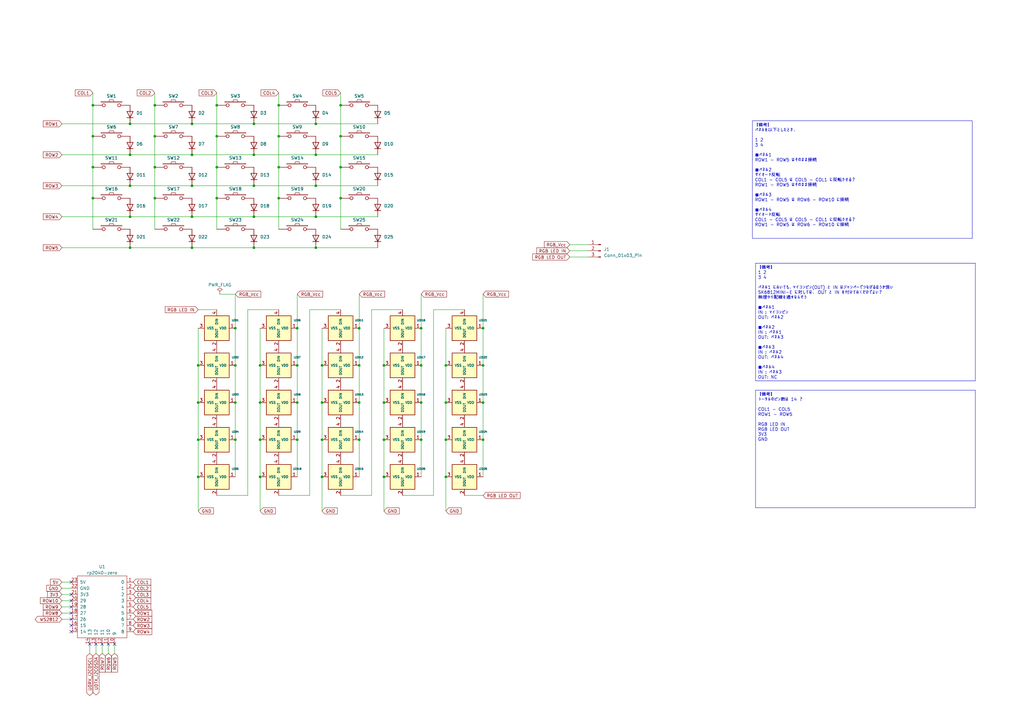
<source format=kicad_sch>
(kicad_sch (version 20230121) (generator eeschema)

  (uuid 1e290e12-d630-4629-9cd3-4d73d1ba029a)

  (paper "A3")

  (lib_symbols
    (symbol "Connector:Conn_01x03_Pin" (pin_names (offset 1.016) hide) (in_bom yes) (on_board yes)
      (property "Reference" "J" (at 0 5.08 0)
        (effects (font (size 1.27 1.27)))
      )
      (property "Value" "Conn_01x03_Pin" (at 0 -5.08 0)
        (effects (font (size 1.27 1.27)))
      )
      (property "Footprint" "" (at 0 0 0)
        (effects (font (size 1.27 1.27)) hide)
      )
      (property "Datasheet" "~" (at 0 0 0)
        (effects (font (size 1.27 1.27)) hide)
      )
      (property "ki_locked" "" (at 0 0 0)
        (effects (font (size 1.27 1.27)))
      )
      (property "ki_keywords" "connector" (at 0 0 0)
        (effects (font (size 1.27 1.27)) hide)
      )
      (property "ki_description" "Generic connector, single row, 01x03, script generated" (at 0 0 0)
        (effects (font (size 1.27 1.27)) hide)
      )
      (property "ki_fp_filters" "Connector*:*_1x??_*" (at 0 0 0)
        (effects (font (size 1.27 1.27)) hide)
      )
      (symbol "Conn_01x03_Pin_1_1"
        (polyline
          (pts
            (xy 1.27 -2.54)
            (xy 0.8636 -2.54)
          )
          (stroke (width 0.1524) (type default))
          (fill (type none))
        )
        (polyline
          (pts
            (xy 1.27 0)
            (xy 0.8636 0)
          )
          (stroke (width 0.1524) (type default))
          (fill (type none))
        )
        (polyline
          (pts
            (xy 1.27 2.54)
            (xy 0.8636 2.54)
          )
          (stroke (width 0.1524) (type default))
          (fill (type none))
        )
        (rectangle (start 0.8636 -2.413) (end 0 -2.667)
          (stroke (width 0.1524) (type default))
          (fill (type outline))
        )
        (rectangle (start 0.8636 0.127) (end 0 -0.127)
          (stroke (width 0.1524) (type default))
          (fill (type outline))
        )
        (rectangle (start 0.8636 2.667) (end 0 2.413)
          (stroke (width 0.1524) (type default))
          (fill (type outline))
        )
        (pin passive line (at 5.08 2.54 180) (length 3.81)
          (name "Pin_1" (effects (font (size 1.27 1.27))))
          (number "1" (effects (font (size 1.27 1.27))))
        )
        (pin passive line (at 5.08 0 180) (length 3.81)
          (name "Pin_2" (effects (font (size 1.27 1.27))))
          (number "2" (effects (font (size 1.27 1.27))))
        )
        (pin passive line (at 5.08 -2.54 180) (length 3.81)
          (name "Pin_3" (effects (font (size 1.27 1.27))))
          (number "3" (effects (font (size 1.27 1.27))))
        )
      )
    )
    (symbol "Diode:1N4148W" (pin_numbers hide) (pin_names hide) (in_bom yes) (on_board yes)
      (property "Reference" "D" (at 0 2.54 0)
        (effects (font (size 1.27 1.27)))
      )
      (property "Value" "1N4148W" (at 0 -2.54 0)
        (effects (font (size 1.27 1.27)))
      )
      (property "Footprint" "Diode_SMD:D_SOD-123" (at 0 -4.445 0)
        (effects (font (size 1.27 1.27)) hide)
      )
      (property "Datasheet" "https://www.vishay.com/docs/85748/1n4148w.pdf" (at 0 0 0)
        (effects (font (size 1.27 1.27)) hide)
      )
      (property "Sim.Device" "D" (at 0 0 0)
        (effects (font (size 1.27 1.27)) hide)
      )
      (property "Sim.Pins" "1=K 2=A" (at 0 0 0)
        (effects (font (size 1.27 1.27)) hide)
      )
      (property "ki_keywords" "diode" (at 0 0 0)
        (effects (font (size 1.27 1.27)) hide)
      )
      (property "ki_description" "75V 0.15A Fast Switching Diode, SOD-123" (at 0 0 0)
        (effects (font (size 1.27 1.27)) hide)
      )
      (property "ki_fp_filters" "D*SOD?123*" (at 0 0 0)
        (effects (font (size 1.27 1.27)) hide)
      )
      (symbol "1N4148W_0_1"
        (polyline
          (pts
            (xy -1.27 1.27)
            (xy -1.27 -1.27)
          )
          (stroke (width 0.254) (type default))
          (fill (type none))
        )
        (polyline
          (pts
            (xy 1.27 0)
            (xy -1.27 0)
          )
          (stroke (width 0) (type default))
          (fill (type none))
        )
        (polyline
          (pts
            (xy 1.27 1.27)
            (xy 1.27 -1.27)
            (xy -1.27 0)
            (xy 1.27 1.27)
          )
          (stroke (width 0.254) (type default))
          (fill (type none))
        )
      )
      (symbol "1N4148W_1_1"
        (pin passive line (at -3.81 0 0) (length 2.54)
          (name "K" (effects (font (size 1.27 1.27))))
          (number "1" (effects (font (size 1.27 1.27))))
        )
        (pin passive line (at 3.81 0 180) (length 2.54)
          (name "A" (effects (font (size 1.27 1.27))))
          (number "2" (effects (font (size 1.27 1.27))))
        )
      )
    )
    (symbol "crides/kleeb/mcu:rp2040-zero" (pin_names (offset 1.016)) (in_bom yes) (on_board yes)
      (property "Reference" "U" (at 0 15.24 0)
        (effects (font (size 1.27 1.27)))
      )
      (property "Value" "rp2040-zero" (at 0 12.7 0)
        (effects (font (size 1.27 1.27)))
      )
      (property "Footprint" "" (at -8.89 5.08 0)
        (effects (font (size 1.27 1.27)) hide)
      )
      (property "Datasheet" "" (at -8.89 5.08 0)
        (effects (font (size 1.27 1.27)) hide)
      )
      (symbol "rp2040-zero_0_1"
        (rectangle (start -10.16 11.43) (end 10.16 -13.97)
          (stroke (width 0) (type default))
          (fill (type none))
        )
      )
      (symbol "rp2040-zero_1_1"
        (pin bidirectional line (at 12.7 8.89 180) (length 2.54)
          (name "0" (effects (font (size 1.27 1.27))))
          (number "1" (effects (font (size 1.27 1.27))))
        )
        (pin bidirectional line (at 5.08 -16.51 90) (length 2.54)
          (name "9" (effects (font (size 1.27 1.27))))
          (number "10" (effects (font (size 1.27 1.27))))
        )
        (pin bidirectional line (at 2.54 -16.51 90) (length 2.54)
          (name "10" (effects (font (size 1.27 1.27))))
          (number "11" (effects (font (size 1.27 1.27))))
        )
        (pin bidirectional line (at 0 -16.51 90) (length 2.54)
          (name "11" (effects (font (size 1.27 1.27))))
          (number "12" (effects (font (size 1.27 1.27))))
        )
        (pin bidirectional line (at -2.54 -16.51 90) (length 2.54)
          (name "12" (effects (font (size 1.27 1.27))))
          (number "13" (effects (font (size 1.27 1.27))))
        )
        (pin bidirectional line (at -5.08 -16.51 90) (length 2.54)
          (name "13" (effects (font (size 1.27 1.27))))
          (number "14" (effects (font (size 1.27 1.27))))
        )
        (pin bidirectional line (at -12.7 -11.43 0) (length 2.54)
          (name "14" (effects (font (size 1.27 1.27))))
          (number "15" (effects (font (size 1.27 1.27))))
        )
        (pin bidirectional line (at -12.7 -8.89 0) (length 2.54)
          (name "15" (effects (font (size 1.27 1.27))))
          (number "16" (effects (font (size 1.27 1.27))))
        )
        (pin bidirectional line (at -12.7 -6.35 0) (length 2.54)
          (name "26" (effects (font (size 1.27 1.27))))
          (number "17" (effects (font (size 1.27 1.27))))
        )
        (pin bidirectional line (at -12.7 -3.81 0) (length 2.54)
          (name "27" (effects (font (size 1.27 1.27))))
          (number "18" (effects (font (size 1.27 1.27))))
        )
        (pin bidirectional line (at -12.7 -1.27 0) (length 2.54)
          (name "28" (effects (font (size 1.27 1.27))))
          (number "19" (effects (font (size 1.27 1.27))))
        )
        (pin bidirectional line (at 12.7 6.35 180) (length 2.54)
          (name "1" (effects (font (size 1.27 1.27))))
          (number "2" (effects (font (size 1.27 1.27))))
        )
        (pin bidirectional line (at -12.7 1.27 0) (length 2.54)
          (name "29" (effects (font (size 1.27 1.27))))
          (number "20" (effects (font (size 1.27 1.27))))
        )
        (pin power_out line (at -12.7 3.81 0) (length 2.54)
          (name "3V3" (effects (font (size 1.27 1.27))))
          (number "21" (effects (font (size 1.27 1.27))))
        )
        (pin power_out line (at -12.7 6.35 0) (length 2.54)
          (name "GND" (effects (font (size 1.27 1.27))))
          (number "22" (effects (font (size 1.27 1.27))))
        )
        (pin power_out line (at -12.7 8.89 0) (length 2.54)
          (name "5V" (effects (font (size 1.27 1.27))))
          (number "23" (effects (font (size 1.27 1.27))))
        )
        (pin bidirectional line (at 12.7 3.81 180) (length 2.54)
          (name "2" (effects (font (size 1.27 1.27))))
          (number "3" (effects (font (size 1.27 1.27))))
        )
        (pin bidirectional line (at 12.7 1.27 180) (length 2.54)
          (name "3" (effects (font (size 1.27 1.27))))
          (number "4" (effects (font (size 1.27 1.27))))
        )
        (pin bidirectional line (at 12.7 -1.27 180) (length 2.54)
          (name "4" (effects (font (size 1.27 1.27))))
          (number "5" (effects (font (size 1.27 1.27))))
        )
        (pin bidirectional line (at 12.7 -3.81 180) (length 2.54)
          (name "5" (effects (font (size 1.27 1.27))))
          (number "6" (effects (font (size 1.27 1.27))))
        )
        (pin bidirectional line (at 12.7 -6.35 180) (length 2.54)
          (name "6" (effects (font (size 1.27 1.27))))
          (number "7" (effects (font (size 1.27 1.27))))
        )
        (pin bidirectional line (at 12.7 -8.89 180) (length 2.54)
          (name "7" (effects (font (size 1.27 1.27))))
          (number "8" (effects (font (size 1.27 1.27))))
        )
        (pin bidirectional line (at 12.7 -11.43 180) (length 2.54)
          (name "8" (effects (font (size 1.27 1.27))))
          (number "9" (effects (font (size 1.27 1.27))))
        )
      )
    )
    (symbol "foostan/kbd:SW_PUSH" (pin_numbers hide) (pin_names (offset 1.016) hide) (in_bom yes) (on_board yes)
      (property "Reference" "SW" (at 3.81 2.794 0)
        (effects (font (size 1.27 1.27)))
      )
      (property "Value" "SW_PUSH" (at 0 -2.032 0)
        (effects (font (size 1.27 1.27)))
      )
      (property "Footprint" "" (at 0 0 0)
        (effects (font (size 1.27 1.27)))
      )
      (property "Datasheet" "" (at 0 0 0)
        (effects (font (size 1.27 1.27)))
      )
      (symbol "SW_PUSH_0_1"
        (rectangle (start -4.318 1.27) (end 4.318 1.524)
          (stroke (width 0) (type solid))
          (fill (type none))
        )
        (polyline
          (pts
            (xy -1.016 1.524)
            (xy -0.762 2.286)
            (xy 0.762 2.286)
            (xy 1.016 1.524)
          )
          (stroke (width 0) (type solid))
          (fill (type none))
        )
        (pin passive inverted (at -7.62 0 0) (length 5.08)
          (name "1" (effects (font (size 1.27 1.27))))
          (number "1" (effects (font (size 1.27 1.27))))
        )
        (pin passive inverted (at 7.62 0 180) (length 5.08)
          (name "2" (effects (font (size 1.27 1.27))))
          (number "2" (effects (font (size 1.27 1.27))))
        )
      )
    )
    (symbol "foostan/kbd:YS-SK6812MINI-E" (pin_names (offset 1.016)) (in_bom yes) (on_board yes)
      (property "Reference" "LED" (at 2.54 -7.62 0)
        (effects (font (size 0.7366 0.7366)))
      )
      (property "Value" "YS-SK6812MINI-E" (at 6.35 -6.35 0)
        (effects (font (size 0.7366 0.7366)))
      )
      (property "Footprint" "" (at 2.54 -6.35 0)
        (effects (font (size 1.27 1.27)) hide)
      )
      (property "Datasheet" "" (at 2.54 -6.35 0)
        (effects (font (size 1.27 1.27)) hide)
      )
      (symbol "YS-SK6812MINI-E_0_1"
        (rectangle (start -5.08 5.08) (end 5.08 -5.08)
          (stroke (width 0.254) (type solid))
          (fill (type background))
        )
      )
      (symbol "YS-SK6812MINI-E_1_1"
        (pin power_in line (at 0 7.62 270) (length 2.54)
          (name "VDD" (effects (font (size 0.9906 0.9906))))
          (number "1" (effects (font (size 1.27 1.27))))
        )
        (pin output line (at 7.62 0 180) (length 2.54)
          (name "DOUT" (effects (font (size 0.9906 0.9906))))
          (number "2" (effects (font (size 1.27 1.27))))
        )
        (pin power_in line (at 0 -7.62 90) (length 2.54)
          (name "VSS" (effects (font (size 0.9906 0.9906))))
          (number "3" (effects (font (size 1.27 1.27))))
        )
        (pin input line (at -7.62 0 0) (length 2.54)
          (name "DIN" (effects (font (size 0.9906 0.9906))))
          (number "4" (effects (font (size 1.27 1.27))))
        )
      )
    )
    (symbol "power:PWR_FLAG" (power) (pin_numbers hide) (pin_names (offset 0) hide) (in_bom yes) (on_board yes)
      (property "Reference" "#FLG" (at 0 1.905 0)
        (effects (font (size 1.27 1.27)) hide)
      )
      (property "Value" "PWR_FLAG" (at 0 3.81 0)
        (effects (font (size 1.27 1.27)))
      )
      (property "Footprint" "" (at 0 0 0)
        (effects (font (size 1.27 1.27)) hide)
      )
      (property "Datasheet" "~" (at 0 0 0)
        (effects (font (size 1.27 1.27)) hide)
      )
      (property "ki_keywords" "flag power" (at 0 0 0)
        (effects (font (size 1.27 1.27)) hide)
      )
      (property "ki_description" "Special symbol for telling ERC where power comes from" (at 0 0 0)
        (effects (font (size 1.27 1.27)) hide)
      )
      (symbol "PWR_FLAG_0_0"
        (pin power_out line (at 0 0 90) (length 0)
          (name "pwr" (effects (font (size 1.27 1.27))))
          (number "1" (effects (font (size 1.27 1.27))))
        )
      )
      (symbol "PWR_FLAG_0_1"
        (polyline
          (pts
            (xy 0 0)
            (xy 0 1.27)
            (xy -1.016 1.905)
            (xy 0 2.54)
            (xy 1.016 1.905)
            (xy 0 1.27)
          )
          (stroke (width 0) (type default))
          (fill (type none))
        )
      )
    )
  )

  (junction (at 157.48 149.86) (diameter 0) (color 0 0 0 0)
    (uuid 0112ade6-6dbb-4891-bf78-cde48a0b1407)
  )
  (junction (at 88.9 43.18) (diameter 0) (color 0 0 0 0)
    (uuid 02ad42c9-19b3-4bc6-94f0-b3fcf16fb1f8)
  )
  (junction (at 63.5 68.58) (diameter 0) (color 0 0 0 0)
    (uuid 05b91ce5-3d51-46ab-8523-3b89d096d837)
  )
  (junction (at 114.3 81.28) (diameter 0) (color 0 0 0 0)
    (uuid 05c8fa35-1842-44d0-87fa-15adc3a02f24)
  )
  (junction (at 63.5 55.88) (diameter 0) (color 0 0 0 0)
    (uuid 0b5bbb9d-7f19-48f8-9f7f-8abfab231f7e)
  )
  (junction (at 147.32 149.86) (diameter 0) (color 0 0 0 0)
    (uuid 0ca55e97-7fa6-426d-9a69-dfa45cb296c5)
  )
  (junction (at 139.7 81.28) (diameter 0) (color 0 0 0 0)
    (uuid 0fcfec3a-a79b-4d0a-b357-70cf716b2980)
  )
  (junction (at 132.08 195.58) (diameter 0) (color 0 0 0 0)
    (uuid 136aacfe-ac19-4434-873e-60c91d31e014)
  )
  (junction (at 121.92 149.86) (diameter 0) (color 0 0 0 0)
    (uuid 1675d267-bed9-47eb-9bd6-c6bd78acd909)
  )
  (junction (at 78.74 101.6) (diameter 0) (color 0 0 0 0)
    (uuid 1733e1b2-2653-49b7-841c-a79c98cd79fe)
  )
  (junction (at 53.34 101.6) (diameter 0) (color 0 0 0 0)
    (uuid 1c304358-09c9-4c62-bcdc-3a431878e136)
  )
  (junction (at 106.68 195.58) (diameter 0) (color 0 0 0 0)
    (uuid 1caeee37-3ed7-4a28-876e-a5f4017f1015)
  )
  (junction (at 121.92 180.34) (diameter 0) (color 0 0 0 0)
    (uuid 1feaffd6-ed4c-4ecf-b5f1-9d145b9fcc58)
  )
  (junction (at 104.14 63.5) (diameter 0) (color 0 0 0 0)
    (uuid 249cccd1-9898-483b-b31c-26953db5dee0)
  )
  (junction (at 172.72 180.34) (diameter 0) (color 0 0 0 0)
    (uuid 27d96795-7e08-4f20-8e04-65f60ccf6720)
  )
  (junction (at 182.88 149.86) (diameter 0) (color 0 0 0 0)
    (uuid 2a145c5e-e875-4a86-8dd1-da8193245191)
  )
  (junction (at 129.54 88.9) (diameter 0) (color 0 0 0 0)
    (uuid 309c58d0-d0ce-4d88-b088-2c527b47cf60)
  )
  (junction (at 88.9 81.28) (diameter 0) (color 0 0 0 0)
    (uuid 35820dcf-f653-4c3c-9f26-140d2db08edf)
  )
  (junction (at 53.34 63.5) (diameter 0) (color 0 0 0 0)
    (uuid 3ef03031-d24e-441f-9b51-36632aa8e9a5)
  )
  (junction (at 172.72 165.1) (diameter 0) (color 0 0 0 0)
    (uuid 3ff1ac80-de6d-49d7-9841-48cc0286d3e8)
  )
  (junction (at 139.7 55.88) (diameter 0) (color 0 0 0 0)
    (uuid 45cf192c-a405-4e7e-8d4e-4f6b37307c2f)
  )
  (junction (at 114.3 55.88) (diameter 0) (color 0 0 0 0)
    (uuid 4ae139f8-a801-4ff5-84f3-ebe76be530ec)
  )
  (junction (at 63.5 81.28) (diameter 0) (color 0 0 0 0)
    (uuid 4f6e8e53-1248-4b6a-84a6-44b5aa49643c)
  )
  (junction (at 198.12 149.86) (diameter 0) (color 0 0 0 0)
    (uuid 51b4de2c-8a15-4c5e-a4e5-331cd28da111)
  )
  (junction (at 53.34 50.8) (diameter 0) (color 0 0 0 0)
    (uuid 51f6c04c-8ecf-4dd2-b64b-ab81696df2b5)
  )
  (junction (at 198.12 180.34) (diameter 0) (color 0 0 0 0)
    (uuid 52398b3b-8162-4783-9cb9-ba044d372267)
  )
  (junction (at 78.74 88.9) (diameter 0) (color 0 0 0 0)
    (uuid 535e51f4-b4ef-45eb-80bf-84db0c40ee0b)
  )
  (junction (at 139.7 68.58) (diameter 0) (color 0 0 0 0)
    (uuid 58426ad3-9e5b-4e8c-9da9-dd03f2c9750c)
  )
  (junction (at 38.1 43.18) (diameter 0) (color 0 0 0 0)
    (uuid 585044b6-c295-45d5-b8de-87f783d96961)
  )
  (junction (at 88.9 55.88) (diameter 0) (color 0 0 0 0)
    (uuid 5f6f399d-4e81-4028-bf18-6012b0c2e6d4)
  )
  (junction (at 88.9 68.58) (diameter 0) (color 0 0 0 0)
    (uuid 625f3d86-6cc7-4e36-8485-17d9ce2c64a5)
  )
  (junction (at 38.1 81.28) (diameter 0) (color 0 0 0 0)
    (uuid 63a5c40a-3a69-4785-9a11-ff9e15ca4a01)
  )
  (junction (at 78.74 50.8) (diameter 0) (color 0 0 0 0)
    (uuid 68386cc9-a45a-47bb-8812-edb5c5df3a85)
  )
  (junction (at 104.14 50.8) (diameter 0) (color 0 0 0 0)
    (uuid 687a9b73-007f-4cb3-a29b-98c68b7ce9f6)
  )
  (junction (at 96.52 149.86) (diameter 0) (color 0 0 0 0)
    (uuid 6991361c-1698-4103-9856-282b934b6ddf)
  )
  (junction (at 129.54 76.2) (diameter 0) (color 0 0 0 0)
    (uuid 6b6ffbaf-1b7a-4e88-920a-e8bc4ec03d46)
  )
  (junction (at 38.1 68.58) (diameter 0) (color 0 0 0 0)
    (uuid 6c320a9b-53a2-4978-9fc1-d2a7e2d0fad6)
  )
  (junction (at 81.28 195.58) (diameter 0) (color 0 0 0 0)
    (uuid 6f5529c2-77e8-4b7c-ba5f-aa5e585b3011)
  )
  (junction (at 147.32 165.1) (diameter 0) (color 0 0 0 0)
    (uuid 707ebc7f-15f1-4890-9195-ff05ac6c22f6)
  )
  (junction (at 198.12 134.62) (diameter 0) (color 0 0 0 0)
    (uuid 73b7363b-c611-4350-bdcc-6a9fc33773d0)
  )
  (junction (at 121.92 165.1) (diameter 0) (color 0 0 0 0)
    (uuid 768f7583-ae16-46f1-8a91-bd0234aa1fb4)
  )
  (junction (at 172.72 149.86) (diameter 0) (color 0 0 0 0)
    (uuid 76d2b57f-3de1-41bb-ad0f-58367f279315)
  )
  (junction (at 104.14 88.9) (diameter 0) (color 0 0 0 0)
    (uuid 783a4013-98c3-42b8-9937-8de6d5b7e7c2)
  )
  (junction (at 157.48 180.34) (diameter 0) (color 0 0 0 0)
    (uuid 8b76265e-dddd-409b-a6e1-6794a7172426)
  )
  (junction (at 129.54 50.8) (diameter 0) (color 0 0 0 0)
    (uuid 8e0a49d3-2525-4a84-bf22-e5c616f2ce0c)
  )
  (junction (at 106.68 165.1) (diameter 0) (color 0 0 0 0)
    (uuid 8e77172e-d9e1-42f8-9cff-00d0a81bc0d2)
  )
  (junction (at 81.28 149.86) (diameter 0) (color 0 0 0 0)
    (uuid 904e4b52-0840-47e0-8f5a-0a0bc3c075c2)
  )
  (junction (at 53.34 88.9) (diameter 0) (color 0 0 0 0)
    (uuid 98363b1f-6818-4279-a751-d5be040a79a1)
  )
  (junction (at 147.32 134.62) (diameter 0) (color 0 0 0 0)
    (uuid 9abf6bd1-32ff-44f4-a410-4ef09b0917d9)
  )
  (junction (at 182.88 165.1) (diameter 0) (color 0 0 0 0)
    (uuid 9ae0f035-c5cb-46c9-ab3e-5b02c7f1d89b)
  )
  (junction (at 106.68 149.86) (diameter 0) (color 0 0 0 0)
    (uuid 9cac150d-091f-49ad-ba32-62a7880dbd9c)
  )
  (junction (at 96.52 165.1) (diameter 0) (color 0 0 0 0)
    (uuid 9e29f759-7ee7-40db-b745-b430f39b47db)
  )
  (junction (at 53.34 76.2) (diameter 0) (color 0 0 0 0)
    (uuid a805bcca-4388-4fa6-ba78-d4e024d2329e)
  )
  (junction (at 114.3 68.58) (diameter 0) (color 0 0 0 0)
    (uuid aceb190e-4a7f-41da-8221-6a8f2184e95a)
  )
  (junction (at 139.7 43.18) (diameter 0) (color 0 0 0 0)
    (uuid af7c6857-d942-46f6-905d-3020420d9501)
  )
  (junction (at 172.72 134.62) (diameter 0) (color 0 0 0 0)
    (uuid afaf9eb3-5cd9-4844-9cf1-77cb0e572ff5)
  )
  (junction (at 147.32 180.34) (diameter 0) (color 0 0 0 0)
    (uuid b3498da0-7fa8-47e2-aef7-fe14520ab844)
  )
  (junction (at 121.92 134.62) (diameter 0) (color 0 0 0 0)
    (uuid b38a2f3e-ae06-4535-a360-b3653e038663)
  )
  (junction (at 96.52 134.62) (diameter 0) (color 0 0 0 0)
    (uuid c67bf241-7648-42a1-b7f2-36972b9fd30f)
  )
  (junction (at 81.28 165.1) (diameter 0) (color 0 0 0 0)
    (uuid c7af2177-a600-4e2b-a43c-db235354c2e5)
  )
  (junction (at 96.52 180.34) (diameter 0) (color 0 0 0 0)
    (uuid cd1e6ff6-0797-43be-bb65-64fb02dc3843)
  )
  (junction (at 129.54 63.5) (diameter 0) (color 0 0 0 0)
    (uuid d1732b03-1320-4dbc-8877-5534817a34a7)
  )
  (junction (at 104.14 76.2) (diameter 0) (color 0 0 0 0)
    (uuid d3c840b8-3fa4-4051-a2c0-122bb79b68ce)
  )
  (junction (at 106.68 180.34) (diameter 0) (color 0 0 0 0)
    (uuid d87aabb5-6483-4cf4-8443-79045018ff35)
  )
  (junction (at 78.74 63.5) (diameter 0) (color 0 0 0 0)
    (uuid dbcdb624-4576-4ef0-a4e0-a2e8738efb76)
  )
  (junction (at 114.3 43.18) (diameter 0) (color 0 0 0 0)
    (uuid e1566b94-8453-483a-965c-bb19e53f5676)
  )
  (junction (at 182.88 180.34) (diameter 0) (color 0 0 0 0)
    (uuid e291728f-f416-4e11-977d-0ba04e86f5bb)
  )
  (junction (at 81.28 180.34) (diameter 0) (color 0 0 0 0)
    (uuid e314d4a8-46b8-4288-9fd0-24ce7b308ea9)
  )
  (junction (at 63.5 43.18) (diameter 0) (color 0 0 0 0)
    (uuid e3e8bfea-81a3-4e15-b496-648d3ca13c72)
  )
  (junction (at 129.54 101.6) (diameter 0) (color 0 0 0 0)
    (uuid e73a5ec8-d68a-4e6a-92f1-439675f73674)
  )
  (junction (at 38.1 55.88) (diameter 0) (color 0 0 0 0)
    (uuid e992e7f2-3ad5-4990-9c55-1418ef466ebc)
  )
  (junction (at 198.12 165.1) (diameter 0) (color 0 0 0 0)
    (uuid eb114ccf-731c-41d9-aebe-54d3d4e4ddbf)
  )
  (junction (at 157.48 165.1) (diameter 0) (color 0 0 0 0)
    (uuid ecf0badd-7bbd-4241-af6c-6125b01a592d)
  )
  (junction (at 132.08 180.34) (diameter 0) (color 0 0 0 0)
    (uuid ed7b06ab-8539-400b-9ecb-d2e3bb5aa69b)
  )
  (junction (at 78.74 76.2) (diameter 0) (color 0 0 0 0)
    (uuid f0f4b468-1985-431f-a0b2-96163e61642d)
  )
  (junction (at 157.48 195.58) (diameter 0) (color 0 0 0 0)
    (uuid f0f6b6a6-8888-4855-bc81-27475544a873)
  )
  (junction (at 182.88 195.58) (diameter 0) (color 0 0 0 0)
    (uuid f3949ab4-bc8c-497f-a0e9-97f613039254)
  )
  (junction (at 104.14 101.6) (diameter 0) (color 0 0 0 0)
    (uuid fb465c08-45e1-4ee9-b9c2-bdab78dfac21)
  )
  (junction (at 132.08 165.1) (diameter 0) (color 0 0 0 0)
    (uuid fe740cc4-311a-405b-b2f4-1edf03b54fb6)
  )
  (junction (at 132.08 149.86) (diameter 0) (color 0 0 0 0)
    (uuid ffe8bd78-4844-4365-8b8b-0b1d0b1eee47)
  )

  (no_connect (at 29.21 256.54) (uuid 066944a4-ef21-45e8-be51-995fccfc6e49))
  (no_connect (at 36.83 264.16) (uuid 1bb85c8e-9d6a-4cf0-8c12-fca63c0dfedf))
  (no_connect (at 29.21 259.08) (uuid 1e9f25e4-0d46-4f2a-bc2a-402e0c5c2ebc))
  (no_connect (at 29.21 243.84) (uuid 21490bff-4eaf-4d93-815f-4e80fdbe424f))
  (no_connect (at 29.21 238.76) (uuid 21bfe8b7-b21d-451e-b5fb-db79ca2823a2))
  (no_connect (at 29.21 254) (uuid 46307fb6-61f7-4ba4-a3b6-ee957db6e80c))
  (no_connect (at 44.45 264.16) (uuid 48a1f3e7-cf9b-4350-9c7c-7887d8188feb))
  (no_connect (at 46.99 264.16) (uuid 4e6a4574-21ad-41a8-94a6-c100b082b52d))
  (no_connect (at 29.21 246.38) (uuid 6b20210a-f286-48b4-b784-1faebae7e97b))
  (no_connect (at 29.21 248.92) (uuid 6e0bbe51-3429-4179-8e4b-785ff4a045af))
  (no_connect (at 29.21 251.46) (uuid 6f11ffb6-f503-4280-a56f-a02d014ba31c))
  (no_connect (at 39.37 264.16) (uuid 73150e5a-3163-4252-8554-3d06aef62782))
  (no_connect (at 41.91 264.16) (uuid 88f6298d-3f1c-4014-b2d8-92d04bcdcd90))

  (wire (pts (xy 25.4 88.9) (xy 53.34 88.9))
    (stroke (width 0) (type default))
    (uuid 06821fa1-e6b4-4fe1-8ef2-766c365c5705)
  )
  (wire (pts (xy 121.92 149.86) (xy 121.92 165.1))
    (stroke (width 0) (type default))
    (uuid 0a3df23a-db10-4fab-bf7b-07f2830066da)
  )
  (wire (pts (xy 129.54 76.2) (xy 154.94 76.2))
    (stroke (width 0) (type default))
    (uuid 0b11f9cc-e17b-4379-9b67-e6030e5883b5)
  )
  (wire (pts (xy 78.74 63.5) (xy 104.14 63.5))
    (stroke (width 0) (type default))
    (uuid 0e8e9115-6c99-47f0-a635-833e94e60b88)
  )
  (wire (pts (xy 53.34 63.5) (xy 78.74 63.5))
    (stroke (width 0) (type default))
    (uuid 0fb0a93a-6e85-4df9-a8a4-20ec78fef9a3)
  )
  (wire (pts (xy 172.72 120.65) (xy 172.72 134.62))
    (stroke (width 0) (type default))
    (uuid 127a98b0-41b5-49f2-9dc4-dc2042dfb50b)
  )
  (wire (pts (xy 90.17 120.65) (xy 96.52 120.65))
    (stroke (width 0) (type default))
    (uuid 15ebc4e8-7e06-4a69-b475-703aa1120813)
  )
  (wire (pts (xy 132.08 180.34) (xy 132.08 195.58))
    (stroke (width 0) (type default))
    (uuid 16a01ef5-ca2f-4fde-9a39-46e032481f9b)
  )
  (wire (pts (xy 25.4 248.92) (xy 29.21 248.92))
    (stroke (width 0) (type default))
    (uuid 17dbe028-8c4a-44f1-9702-3df9ec132843)
  )
  (wire (pts (xy 177.8 127) (xy 190.5 127))
    (stroke (width 0) (type default))
    (uuid 1bf60add-2047-4c62-adb2-2d97cf8b6772)
  )
  (wire (pts (xy 63.5 43.18) (xy 63.5 55.88))
    (stroke (width 0) (type default))
    (uuid 1ca14790-1aa8-40d8-afcf-756e0aa7144d)
  )
  (wire (pts (xy 78.74 50.8) (xy 104.14 50.8))
    (stroke (width 0) (type default))
    (uuid 210eaf72-a132-49f6-93ba-79e440064e66)
  )
  (wire (pts (xy 157.48 180.34) (xy 157.48 195.58))
    (stroke (width 0) (type default))
    (uuid 2275d2cd-623b-4cec-9c88-5d095a7acca1)
  )
  (wire (pts (xy 177.8 203.2) (xy 177.8 127))
    (stroke (width 0) (type default))
    (uuid 237473ed-b00f-45b7-b390-822c9983f53e)
  )
  (wire (pts (xy 38.1 43.18) (xy 38.1 55.88))
    (stroke (width 0) (type default))
    (uuid 23a82fe2-6823-435d-b35f-a5ac577504fc)
  )
  (wire (pts (xy 241.3 105.41) (xy 233.68 105.41))
    (stroke (width 0) (type default))
    (uuid 24dc1f2f-90b0-4bf9-a51b-cad83b7501d1)
  )
  (wire (pts (xy 106.68 134.62) (xy 106.68 149.86))
    (stroke (width 0) (type default))
    (uuid 253f33aa-64eb-478d-afc9-7f5f5cf244ce)
  )
  (wire (pts (xy 114.3 43.18) (xy 114.3 55.88))
    (stroke (width 0) (type default))
    (uuid 25694c0d-eab6-4640-acdc-618bb9a26acc)
  )
  (wire (pts (xy 106.68 180.34) (xy 106.68 195.58))
    (stroke (width 0) (type default))
    (uuid 257a59ca-6b92-45c1-9c8c-3012afbbc528)
  )
  (wire (pts (xy 106.68 149.86) (xy 106.68 165.1))
    (stroke (width 0) (type default))
    (uuid 25a8d7f8-1eab-4ab2-893f-06c4d8e34857)
  )
  (wire (pts (xy 88.9 55.88) (xy 88.9 68.58))
    (stroke (width 0) (type default))
    (uuid 26cac3df-5772-491c-afd4-ca1155910a9b)
  )
  (wire (pts (xy 25.4 63.5) (xy 53.34 63.5))
    (stroke (width 0) (type default))
    (uuid 2ad663c2-6f55-4550-ba05-3289a2d235a5)
  )
  (wire (pts (xy 157.48 195.58) (xy 157.48 209.55))
    (stroke (width 0) (type default))
    (uuid 2ee145fc-d816-4efe-b25f-6774daf16171)
  )
  (wire (pts (xy 63.5 81.28) (xy 63.5 93.98))
    (stroke (width 0) (type default))
    (uuid 2ff7cdb4-2e58-461f-8a68-dc5f2ec0f495)
  )
  (wire (pts (xy 81.28 127) (xy 88.9 127))
    (stroke (width 0) (type default))
    (uuid 304e6ed5-2638-4191-9f2c-ee956f6627bc)
  )
  (wire (pts (xy 104.14 50.8) (xy 129.54 50.8))
    (stroke (width 0) (type default))
    (uuid 30f39d49-7272-4845-b6d5-58f64f6cbc1f)
  )
  (wire (pts (xy 147.32 149.86) (xy 147.32 165.1))
    (stroke (width 0) (type default))
    (uuid 3106202b-2b38-41f6-add2-cfb2b592e54d)
  )
  (wire (pts (xy 147.32 180.34) (xy 147.32 195.58))
    (stroke (width 0) (type default))
    (uuid 3251aace-fe4d-4d0f-a4d7-6a38ae739830)
  )
  (wire (pts (xy 165.1 203.2) (xy 177.8 203.2))
    (stroke (width 0) (type default))
    (uuid 37801ecc-c550-47c2-9454-55d8f6568ba4)
  )
  (wire (pts (xy 38.1 81.28) (xy 38.1 93.98))
    (stroke (width 0) (type default))
    (uuid 38003668-801b-4405-b1ae-401f161e4642)
  )
  (wire (pts (xy 81.28 195.58) (xy 81.28 209.55))
    (stroke (width 0) (type default))
    (uuid 39293d71-1e4f-4125-8de7-21da5491f473)
  )
  (wire (pts (xy 147.32 134.62) (xy 147.32 149.86))
    (stroke (width 0) (type default))
    (uuid 3a6a8dac-6cde-420e-ae5d-ca6211a0814b)
  )
  (wire (pts (xy 78.74 88.9) (xy 104.14 88.9))
    (stroke (width 0) (type default))
    (uuid 3b2f19ad-379a-4131-9cb4-a5c950f80d81)
  )
  (wire (pts (xy 88.9 68.58) (xy 88.9 81.28))
    (stroke (width 0) (type default))
    (uuid 3b80316e-1d90-4049-8b9a-b47ec8d7b290)
  )
  (wire (pts (xy 96.52 180.34) (xy 96.52 195.58))
    (stroke (width 0) (type default))
    (uuid 3bc62665-464e-4843-a626-6b9144feebd7)
  )
  (wire (pts (xy 152.4 127) (xy 165.1 127))
    (stroke (width 0) (type default))
    (uuid 3cf426a4-8d6f-4c8f-a62a-0ff587242a78)
  )
  (wire (pts (xy 46.99 267.97) (xy 46.99 264.16))
    (stroke (width 0) (type default))
    (uuid 3e988dec-9d44-48f6-81a5-d710d853583c)
  )
  (wire (pts (xy 104.14 76.2) (xy 129.54 76.2))
    (stroke (width 0) (type default))
    (uuid 418eaf52-001f-4f05-9597-25710f9f5c99)
  )
  (wire (pts (xy 114.3 203.2) (xy 127 203.2))
    (stroke (width 0) (type default))
    (uuid 440a94b6-e2e6-48a7-94a3-cc4a51205399)
  )
  (wire (pts (xy 81.28 149.86) (xy 81.28 165.1))
    (stroke (width 0) (type default))
    (uuid 46249a14-9fd0-470c-a05c-d17dad4809f0)
  )
  (wire (pts (xy 198.12 149.86) (xy 198.12 165.1))
    (stroke (width 0) (type default))
    (uuid 46643092-ca35-4436-8af4-6d8905d759e6)
  )
  (wire (pts (xy 25.4 238.76) (xy 29.21 238.76))
    (stroke (width 0) (type default))
    (uuid 475dd066-caef-40c1-8c21-6b8755921794)
  )
  (wire (pts (xy 198.12 203.2) (xy 190.5 203.2))
    (stroke (width 0) (type default))
    (uuid 475f8f49-ccfc-404a-b277-2a536144a140)
  )
  (wire (pts (xy 53.34 101.6) (xy 78.74 101.6))
    (stroke (width 0) (type default))
    (uuid 4838fa5f-c4be-44ec-bebf-54e78a2bd90d)
  )
  (wire (pts (xy 39.37 267.97) (xy 39.37 264.16))
    (stroke (width 0) (type default))
    (uuid 491df6ee-57ff-40b3-9756-e9b5cdf144dd)
  )
  (wire (pts (xy 182.88 195.58) (xy 182.88 209.55))
    (stroke (width 0) (type default))
    (uuid 4f4f3f56-e2e9-4da9-be9d-7bad4354b4cf)
  )
  (wire (pts (xy 132.08 134.62) (xy 132.08 149.86))
    (stroke (width 0) (type default))
    (uuid 4f84fb31-ba58-46e8-84bf-6d0fe08d017f)
  )
  (wire (pts (xy 182.88 149.86) (xy 182.88 165.1))
    (stroke (width 0) (type default))
    (uuid 58e96e4d-11c0-423e-bc06-c808c1d19e17)
  )
  (wire (pts (xy 104.14 88.9) (xy 129.54 88.9))
    (stroke (width 0) (type default))
    (uuid 5ae7cdb6-2a0e-456d-ba31-112532f4f0ca)
  )
  (wire (pts (xy 81.28 134.62) (xy 81.28 149.86))
    (stroke (width 0) (type default))
    (uuid 5bcb75d4-4026-4f08-8b85-ddb202a49691)
  )
  (wire (pts (xy 101.6 127) (xy 114.3 127))
    (stroke (width 0) (type default))
    (uuid 5c48421f-db32-44cc-84ab-5dfedc8422ff)
  )
  (wire (pts (xy 25.4 76.2) (xy 53.34 76.2))
    (stroke (width 0) (type default))
    (uuid 5effbdf5-b41a-4aab-b958-f113dabba792)
  )
  (wire (pts (xy 106.68 165.1) (xy 106.68 180.34))
    (stroke (width 0) (type default))
    (uuid 6021e3e3-ed83-4af0-9669-c6f216cb5ff7)
  )
  (wire (pts (xy 157.48 134.62) (xy 157.48 149.86))
    (stroke (width 0) (type default))
    (uuid 64802de8-fef7-45dc-804a-d4d3b2aa362d)
  )
  (wire (pts (xy 139.7 68.58) (xy 139.7 81.28))
    (stroke (width 0) (type default))
    (uuid 68f2e6e9-cddf-4b83-809c-027dc32ce69c)
  )
  (wire (pts (xy 96.52 120.65) (xy 96.52 134.62))
    (stroke (width 0) (type default))
    (uuid 693e6941-3fc1-4e4f-b9bf-dac98f7355a4)
  )
  (wire (pts (xy 104.14 63.5) (xy 129.54 63.5))
    (stroke (width 0) (type default))
    (uuid 6958068c-595a-4278-90c5-09c98a34956c)
  )
  (wire (pts (xy 121.92 180.34) (xy 121.92 195.58))
    (stroke (width 0) (type default))
    (uuid 6a08163b-872d-4548-8139-86f139032728)
  )
  (wire (pts (xy 132.08 165.1) (xy 132.08 180.34))
    (stroke (width 0) (type default))
    (uuid 6a416896-d1ce-45f8-a607-64b4aa4454cf)
  )
  (wire (pts (xy 114.3 38.1) (xy 114.3 43.18))
    (stroke (width 0) (type default))
    (uuid 6b22e3e5-5887-4225-8ef5-7be727fb3af3)
  )
  (wire (pts (xy 147.32 120.65) (xy 147.32 134.62))
    (stroke (width 0) (type default))
    (uuid 6edb6099-3df5-4492-a831-17edd36fa927)
  )
  (wire (pts (xy 127 203.2) (xy 127 127))
    (stroke (width 0) (type default))
    (uuid 6ef362a2-d2fb-4685-89cd-a180c6635a3d)
  )
  (wire (pts (xy 53.34 76.2) (xy 78.74 76.2))
    (stroke (width 0) (type default))
    (uuid 71eef3d8-f89c-47f6-aad2-6556aa91adbb)
  )
  (wire (pts (xy 121.92 165.1) (xy 121.92 180.34))
    (stroke (width 0) (type default))
    (uuid 741fef33-dec1-4201-81d6-fa0ede397897)
  )
  (wire (pts (xy 63.5 68.58) (xy 63.5 81.28))
    (stroke (width 0) (type default))
    (uuid 76bda8e8-3c88-4bef-9aad-1f9f83e2102f)
  )
  (wire (pts (xy 139.7 43.18) (xy 139.7 55.88))
    (stroke (width 0) (type default))
    (uuid 78530383-19f9-49d6-8072-4d7897c1c9de)
  )
  (wire (pts (xy 25.4 241.3) (xy 29.21 241.3))
    (stroke (width 0) (type default))
    (uuid 790176bf-1590-4c4c-8706-15d33514587e)
  )
  (wire (pts (xy 182.88 180.34) (xy 182.88 195.58))
    (stroke (width 0) (type default))
    (uuid 795b0142-7e26-44be-99d8-fcb0e726b1a9)
  )
  (wire (pts (xy 38.1 55.88) (xy 38.1 68.58))
    (stroke (width 0) (type default))
    (uuid 7a931adf-b5e2-4e6c-bb00-6387374231f0)
  )
  (wire (pts (xy 129.54 88.9) (xy 154.94 88.9))
    (stroke (width 0) (type default))
    (uuid 7ad368bb-e0af-4e1b-a947-658249ae2eb0)
  )
  (wire (pts (xy 88.9 38.1) (xy 88.9 43.18))
    (stroke (width 0) (type default))
    (uuid 7c2090db-c039-400d-a660-60356ff6d462)
  )
  (wire (pts (xy 147.32 165.1) (xy 147.32 180.34))
    (stroke (width 0) (type default))
    (uuid 7f5b62e2-01c4-41dd-9d03-55e0dc70b7ac)
  )
  (wire (pts (xy 139.7 55.88) (xy 139.7 68.58))
    (stroke (width 0) (type default))
    (uuid 849dd9c7-4332-48f5-bfab-1c9426ca2478)
  )
  (wire (pts (xy 241.3 102.87) (xy 233.68 102.87))
    (stroke (width 0) (type default))
    (uuid 862cf081-0cc7-4e27-b33b-898e4a6c6180)
  )
  (wire (pts (xy 25.4 246.38) (xy 29.21 246.38))
    (stroke (width 0) (type default))
    (uuid 87ec1ffb-1117-4c8c-befe-44f92790c124)
  )
  (wire (pts (xy 172.72 134.62) (xy 172.72 149.86))
    (stroke (width 0) (type default))
    (uuid 8928363e-1618-4b90-b9e4-e453be7d6bab)
  )
  (wire (pts (xy 101.6 127) (xy 101.6 203.2))
    (stroke (width 0) (type default))
    (uuid 89453627-dfc7-488a-820a-68fcdbbdb618)
  )
  (wire (pts (xy 96.52 165.1) (xy 96.52 180.34))
    (stroke (width 0) (type default))
    (uuid 8e150ab2-741e-43fc-93ea-e7f914033b2b)
  )
  (wire (pts (xy 198.12 165.1) (xy 198.12 180.34))
    (stroke (width 0) (type default))
    (uuid 90991b91-ed9f-4cd7-95f2-01a18e69d3bc)
  )
  (wire (pts (xy 157.48 149.86) (xy 157.48 165.1))
    (stroke (width 0) (type default))
    (uuid 90b10962-0568-4a19-bf01-306990f78729)
  )
  (wire (pts (xy 106.68 195.58) (xy 106.68 209.55))
    (stroke (width 0) (type default))
    (uuid 9270e4c3-35f9-4391-85f2-7edd58f10461)
  )
  (wire (pts (xy 81.28 180.34) (xy 81.28 195.58))
    (stroke (width 0) (type default))
    (uuid 928d5996-b1cf-4c42-978c-7d868a4ae0d7)
  )
  (wire (pts (xy 63.5 38.1) (xy 63.5 43.18))
    (stroke (width 0) (type default))
    (uuid 934e778d-b852-458a-9f24-1f40ed227511)
  )
  (wire (pts (xy 53.34 88.9) (xy 78.74 88.9))
    (stroke (width 0) (type default))
    (uuid 94c00d9c-c07e-4d93-986d-619468af9eff)
  )
  (wire (pts (xy 114.3 81.28) (xy 114.3 93.98))
    (stroke (width 0) (type default))
    (uuid 96b8c328-e17d-4ebe-8740-ae3cf05fdfac)
  )
  (wire (pts (xy 104.14 101.6) (xy 129.54 101.6))
    (stroke (width 0) (type default))
    (uuid 974dcfaa-bbbd-4528-aa32-98b73a03eda3)
  )
  (wire (pts (xy 25.4 251.46) (xy 29.21 251.46))
    (stroke (width 0) (type default))
    (uuid 97b9d658-e29c-4b61-83e0-43453ea1f21e)
  )
  (wire (pts (xy 63.5 55.88) (xy 63.5 68.58))
    (stroke (width 0) (type default))
    (uuid 9be1c2c7-86eb-4213-85a1-b09a3a0cea36)
  )
  (wire (pts (xy 132.08 195.58) (xy 132.08 209.55))
    (stroke (width 0) (type default))
    (uuid 9dc0dfab-b305-4d7c-a38d-56ecc34f0898)
  )
  (wire (pts (xy 139.7 81.28) (xy 139.7 93.98))
    (stroke (width 0) (type default))
    (uuid a095a54f-7e57-443d-81bb-4213e15dd659)
  )
  (wire (pts (xy 88.9 81.28) (xy 88.9 93.98))
    (stroke (width 0) (type default))
    (uuid a09b2f59-75aa-4066-90bf-2d5f0fd293a1)
  )
  (wire (pts (xy 152.4 203.2) (xy 152.4 127))
    (stroke (width 0) (type default))
    (uuid a0fd4a99-bb19-4ff3-9e5b-4289344453df)
  )
  (wire (pts (xy 198.12 120.65) (xy 198.12 134.62))
    (stroke (width 0) (type default))
    (uuid a61b0019-c69a-4577-87da-b282a917f3c9)
  )
  (wire (pts (xy 157.48 165.1) (xy 157.48 180.34))
    (stroke (width 0) (type default))
    (uuid a6429109-5338-4f18-8fa3-d469248c1982)
  )
  (wire (pts (xy 78.74 101.6) (xy 104.14 101.6))
    (stroke (width 0) (type default))
    (uuid aac75d0d-1551-4214-8a78-0bf1718f09de)
  )
  (wire (pts (xy 172.72 149.86) (xy 172.72 165.1))
    (stroke (width 0) (type default))
    (uuid aef1e6a1-b9c6-4b50-a574-0c7b03c4b86a)
  )
  (wire (pts (xy 78.74 76.2) (xy 104.14 76.2))
    (stroke (width 0) (type default))
    (uuid af31fd58-4144-4ac6-9d8c-a8465c02e901)
  )
  (wire (pts (xy 81.28 165.1) (xy 81.28 180.34))
    (stroke (width 0) (type default))
    (uuid af4936d0-8c37-4ed9-b1c4-7c9e0774f198)
  )
  (wire (pts (xy 121.92 120.65) (xy 121.92 134.62))
    (stroke (width 0) (type default))
    (uuid b1e8c7bd-24d9-4584-900a-9697461179a6)
  )
  (wire (pts (xy 41.91 267.97) (xy 41.91 264.16))
    (stroke (width 0) (type default))
    (uuid c3c82af4-2bc1-4375-b971-45a914de941f)
  )
  (wire (pts (xy 38.1 68.58) (xy 38.1 81.28))
    (stroke (width 0) (type default))
    (uuid c72cea6f-cffe-413d-97c0-1297a48ac025)
  )
  (wire (pts (xy 182.88 165.1) (xy 182.88 180.34))
    (stroke (width 0) (type default))
    (uuid c88154b5-8e19-4ca5-84ad-cea0629efc20)
  )
  (wire (pts (xy 36.83 267.97) (xy 36.83 264.16))
    (stroke (width 0) (type default))
    (uuid c8e0614f-e61e-42f2-bf21-eb9563bd903b)
  )
  (wire (pts (xy 25.4 101.6) (xy 53.34 101.6))
    (stroke (width 0) (type default))
    (uuid cb0db714-0ad4-427d-80c4-bc549663181d)
  )
  (wire (pts (xy 121.92 134.62) (xy 121.92 149.86))
    (stroke (width 0) (type default))
    (uuid cd82d7b3-bcd7-4853-b828-1cb216aa1f6b)
  )
  (wire (pts (xy 132.08 149.86) (xy 132.08 165.1))
    (stroke (width 0) (type default))
    (uuid d2bf1b0c-4df7-44b0-ae20-5734c801e115)
  )
  (wire (pts (xy 172.72 180.34) (xy 172.72 195.58))
    (stroke (width 0) (type default))
    (uuid d7e3980b-b772-4247-977d-4c93a8ac4e3b)
  )
  (wire (pts (xy 139.7 38.1) (xy 139.7 43.18))
    (stroke (width 0) (type default))
    (uuid d9d7d6e7-ed3c-4008-8b62-272fe485962a)
  )
  (wire (pts (xy 25.4 254) (xy 29.21 254))
    (stroke (width 0) (type default))
    (uuid da09aa53-feef-4901-a3d0-4aae48fce735)
  )
  (wire (pts (xy 44.45 267.97) (xy 44.45 264.16))
    (stroke (width 0) (type default))
    (uuid da69df36-cf12-417f-9758-39be97e6dddc)
  )
  (wire (pts (xy 53.34 50.8) (xy 78.74 50.8))
    (stroke (width 0) (type default))
    (uuid da6e072b-9046-495c-b7e9-3ebea2ef11c9)
  )
  (wire (pts (xy 129.54 63.5) (xy 154.94 63.5))
    (stroke (width 0) (type default))
    (uuid db90b592-c82a-45fb-8ea6-be744ad14bf6)
  )
  (wire (pts (xy 241.3 100.33) (xy 233.68 100.33))
    (stroke (width 0) (type default))
    (uuid e113c34e-0e1f-43b7-be45-6ed430373e09)
  )
  (wire (pts (xy 38.1 38.1) (xy 38.1 43.18))
    (stroke (width 0) (type default))
    (uuid e3cd08cb-d702-4f87-b1f6-135b86591b35)
  )
  (wire (pts (xy 96.52 134.62) (xy 96.52 149.86))
    (stroke (width 0) (type default))
    (uuid e48d1db8-5962-4803-a8c3-3c7b21f8c0ab)
  )
  (wire (pts (xy 129.54 101.6) (xy 154.94 101.6))
    (stroke (width 0) (type default))
    (uuid e86573e2-ab53-45af-8e6a-b88c8dfcc4a5)
  )
  (wire (pts (xy 25.4 50.8) (xy 53.34 50.8))
    (stroke (width 0) (type default))
    (uuid ead59814-1b61-4aab-b36a-e3b89be041a7)
  )
  (wire (pts (xy 129.54 50.8) (xy 154.94 50.8))
    (stroke (width 0) (type default))
    (uuid ebc58c71-0df9-41b4-865f-3b4821efd65e)
  )
  (wire (pts (xy 114.3 68.58) (xy 114.3 81.28))
    (stroke (width 0) (type default))
    (uuid ec392cc1-a4ea-4f95-b16b-e3aa62bbd9b0)
  )
  (wire (pts (xy 114.3 55.88) (xy 114.3 68.58))
    (stroke (width 0) (type default))
    (uuid ecd5a333-a704-4930-90c1-4faabf138b97)
  )
  (wire (pts (xy 96.52 149.86) (xy 96.52 165.1))
    (stroke (width 0) (type default))
    (uuid ed82d54c-1f2a-4173-abde-62b6e1c3f309)
  )
  (wire (pts (xy 25.4 243.84) (xy 29.21 243.84))
    (stroke (width 0) (type default))
    (uuid ede4e45c-e4f0-40da-89d0-eb3a7f9b433b)
  )
  (wire (pts (xy 198.12 180.34) (xy 198.12 195.58))
    (stroke (width 0) (type default))
    (uuid f0d30f99-5edb-4d61-9922-a3b949315bc4)
  )
  (wire (pts (xy 127 127) (xy 139.7 127))
    (stroke (width 0) (type default))
    (uuid f125b9a0-ddd2-4de9-91ee-e42bfe25ae70)
  )
  (wire (pts (xy 172.72 165.1) (xy 172.72 180.34))
    (stroke (width 0) (type default))
    (uuid f33708cf-4773-4dea-87aa-296717c35857)
  )
  (wire (pts (xy 88.9 203.2) (xy 101.6 203.2))
    (stroke (width 0) (type default))
    (uuid f60ef666-74cf-404e-9f25-391e1e15bb47)
  )
  (wire (pts (xy 88.9 43.18) (xy 88.9 55.88))
    (stroke (width 0) (type default))
    (uuid f6b92136-ba3c-409f-b2a1-572fbdae82a6)
  )
  (wire (pts (xy 139.7 203.2) (xy 152.4 203.2))
    (stroke (width 0) (type default))
    (uuid fb431e4f-5681-43d7-8059-b9d1a7492ebc)
  )
  (wire (pts (xy 198.12 134.62) (xy 198.12 149.86))
    (stroke (width 0) (type default))
    (uuid fc63cf4f-6658-4627-b7a5-cfbb0b795320)
  )
  (wire (pts (xy 182.88 134.62) (xy 182.88 149.86))
    (stroke (width 0) (type default))
    (uuid feed5003-2402-40e4-9e6b-ae17502536ee)
  )

  (text_box "【備考】\nパネルを以下としたとき、\n\n1 2\n3 4\n\n■パネル1\nROW1 - ROW5 はそのまま接続\n\n■パネル2\nダイオード反転\nCOL1 - COL5 は COL5 - COL1 に反転させる？\nROW1 - ROW5 はそのまま接続\n\n■パネル3\nROW1 - ROW5 は ROW6 - ROW10 に接続\n\n■パネル4\nダイオード反転\nCOL1 - COL5 は COL5 - COL1 に反転させる？\nROW1 - ROW5 は ROW6 - ROW10 に接続"
    (at 308.61 49.53 0) (size 90.17 48.26)
    (stroke (width 0) (type default))
    (fill (type none))
    (effects (font (size 1.27 1.27)) (justify left top))
    (uuid 02d58947-3a76-46dd-ab95-7ec984ba5d8c)
  )
  (text_box "【備考】\n1 2\n3 4\n\nパネル1 においても、マイコンピン(OUT) と IN はジャンパーでつなげるほうが良い\nSK6812MINI-E に対しては、 OUT と IN を付けておくだけでよい？\n無理やり配線を通すならそう\n\n■パネル1\nIN : マイコンピン\nOUT: パネル2\n\n■パネル2\nIN : パネル1\nOUT: パネル3\n\n■パネル3\nIN : パネル2\nOUT: パネル4\n\n■パネル4\nIN : パネル3\nOUT: NC"
    (at 309.88 107.95 0) (size 90.17 48.26)
    (stroke (width 0) (type default))
    (fill (type none))
    (effects (font (size 1.27 1.27)) (justify left top))
    (uuid 2585b5ca-2987-464b-b391-12909b4b59bf)
  )
  (text_box "【備考】\nトータルのピン数は 14 ？\n\nCOL1 - COL5\nROW1 - ROW5\n\nRGB LED IN\nRGB LED OUT\n3V3\nGND"
    (at 309.88 160.02 0) (size 90.17 48.26)
    (stroke (width 0) (type default))
    (fill (type none))
    (effects (font (size 1.27 1.27)) (justify left top))
    (uuid fb7e721c-3cb9-4cf2-92a3-b466721d6bb6)
  )

  (global_label "RGB_Vcc" (shape input) (at 147.32 120.65 0) (fields_autoplaced)
    (effects (font (size 1.27 1.27)) (justify left))
    (uuid 004a0cb3-d61f-495b-8e9b-12ceb8e48e25)
    (property "Intersheetrefs" "${INTERSHEET_REFS}" (at 158.2692 120.65 0)
      (effects (font (size 1.27 1.27)) (justify left) hide)
    )
  )
  (global_label "ROW8" (shape input) (at 25.4 251.46 180) (fields_autoplaced)
    (effects (font (size 1.27 1.27)) (justify right))
    (uuid 00b7849f-ded2-46d9-9763-e5bb9056bdf0)
    (property "Intersheetrefs" "${INTERSHEET_REFS}" (at 17.2328 251.46 0)
      (effects (font (size 1.27 1.27)) (justify right) hide)
    )
  )
  (global_label "RGB_Vcc" (shape input) (at 198.12 120.65 0) (fields_autoplaced)
    (effects (font (size 1.27 1.27)) (justify left))
    (uuid 021ac15e-54c7-4c16-96f0-3f689dd38e36)
    (property "Intersheetrefs" "${INTERSHEET_REFS}" (at 209.0692 120.65 0)
      (effects (font (size 1.27 1.27)) (justify left) hide)
    )
  )
  (global_label "RGB_Vcc" (shape input) (at 172.72 120.65 0) (fields_autoplaced)
    (effects (font (size 1.27 1.27)) (justify left))
    (uuid 1043791c-5322-472c-bd39-dd80f31105de)
    (property "Intersheetrefs" "${INTERSHEET_REFS}" (at 183.6692 120.65 0)
      (effects (font (size 1.27 1.27)) (justify left) hide)
    )
  )
  (global_label "COL1" (shape input) (at 54.61 238.76 0) (fields_autoplaced)
    (effects (font (size 1.27 1.27)) (justify left))
    (uuid 15a8dfe5-2b44-48f2-8e52-c497707374a0)
    (property "Intersheetrefs" "${INTERSHEET_REFS}" (at 62.3539 238.76 0)
      (effects (font (size 1.27 1.27)) (justify left) hide)
    )
  )
  (global_label "WS2812" (shape bidirectional) (at 25.4 254 180) (fields_autoplaced)
    (effects (font (size 1.27 1.27)) (justify right))
    (uuid 18172a9e-6bec-4104-8064-5494caa10b5a)
    (property "Intersheetrefs" "${INTERSHEET_REFS}" (at 13.884 254 0)
      (effects (font (size 1.27 1.27)) (justify right) hide)
    )
  )
  (global_label "RGB_Vcc" (shape input) (at 96.52 120.65 0) (fields_autoplaced)
    (effects (font (size 1.27 1.27)) (justify left))
    (uuid 1907cd63-cf2a-49b8-90bf-7470e807500d)
    (property "Intersheetrefs" "${INTERSHEET_REFS}" (at 107.4692 119.38 0)
      (effects (font (size 1.27 1.27)) (justify left) hide)
    )
  )
  (global_label "GND" (shape input) (at 132.08 209.55 0) (fields_autoplaced)
    (effects (font (size 1.27 1.27)) (justify left))
    (uuid 299ca150-3591-4d63-98cf-9065f8a12b0f)
    (property "Intersheetrefs" "${INTERSHEET_REFS}" (at 138.8563 209.55 0)
      (effects (font (size 1.27 1.27)) (justify left) hide)
    )
  )
  (global_label "U0RX_I2C0SCL" (shape bidirectional) (at 36.83 267.97 270) (fields_autoplaced)
    (effects (font (size 1.27 1.27)) (justify right))
    (uuid 2a052853-3e0a-478d-a3fa-dfe69b5c6164)
    (property "Intersheetrefs" "${INTERSHEET_REFS}" (at 36.83 285.7756 90)
      (effects (font (size 1.27 1.27)) (justify right) hide)
    )
  )
  (global_label "ROW5" (shape input) (at 25.4 101.6 180) (fields_autoplaced)
    (effects (font (size 1.27 1.27)) (justify right))
    (uuid 2c33fe4a-dab1-4c42-9572-24622d5ff63b)
    (property "Intersheetrefs" "${INTERSHEET_REFS}" (at 17.2328 101.6 0)
      (effects (font (size 1.27 1.27)) (justify right) hide)
    )
  )
  (global_label "RGB LED OUT" (shape input) (at 233.68 105.41 180) (fields_autoplaced)
    (effects (font (size 1.27 1.27)) (justify right))
    (uuid 336b915b-fa85-4e05-998d-6bc9fc2e3303)
    (property "Intersheetrefs" "${INTERSHEET_REFS}" (at 218.3645 105.41 0)
      (effects (font (size 1.27 1.27)) (justify right) hide)
    )
  )
  (global_label "COL1" (shape input) (at 38.1 38.1 180) (fields_autoplaced)
    (effects (font (size 1.27 1.27)) (justify right))
    (uuid 467fd0f7-14d2-42bb-964f-ffff4f8cb862)
    (property "Intersheetrefs" "${INTERSHEET_REFS}" (at 30.3561 38.1 0)
      (effects (font (size 1.27 1.27)) (justify right) hide)
    )
  )
  (global_label "ROW2" (shape input) (at 54.61 254 0) (fields_autoplaced)
    (effects (font (size 1.27 1.27)) (justify left))
    (uuid 48ed95d5-86bd-4aa8-80b1-d84148f447e1)
    (property "Intersheetrefs" "${INTERSHEET_REFS}" (at 62.7772 254 0)
      (effects (font (size 1.27 1.27)) (justify left) hide)
    )
  )
  (global_label "RGB LED OUT" (shape input) (at 198.12 203.2 0) (fields_autoplaced)
    (effects (font (size 1.27 1.27)) (justify left))
    (uuid 508110f4-b877-48ab-b988-eb9e8fb9813f)
    (property "Intersheetrefs" "${INTERSHEET_REFS}" (at 213.4355 203.2 0)
      (effects (font (size 1.27 1.27)) (justify left) hide)
    )
  )
  (global_label "ROW1" (shape input) (at 54.61 251.46 0) (fields_autoplaced)
    (effects (font (size 1.27 1.27)) (justify left))
    (uuid 52c334ee-d6e4-47b7-85ab-6c8f0be3d386)
    (property "Intersheetrefs" "${INTERSHEET_REFS}" (at 62.7772 251.46 0)
      (effects (font (size 1.27 1.27)) (justify left) hide)
    )
  )
  (global_label "ROW1" (shape input) (at 25.4 50.8 180) (fields_autoplaced)
    (effects (font (size 1.27 1.27)) (justify right))
    (uuid 53c31bc2-6c30-4eb5-beec-4b6bda2d007e)
    (property "Intersheetrefs" "${INTERSHEET_REFS}" (at 17.2328 50.8 0)
      (effects (font (size 1.27 1.27)) (justify right) hide)
    )
  )
  (global_label "RGB_Vcc" (shape input) (at 121.92 120.65 0) (fields_autoplaced)
    (effects (font (size 1.27 1.27)) (justify left))
    (uuid 54c8cdb7-fb10-4bbd-9346-c80bb6a66b52)
    (property "Intersheetrefs" "${INTERSHEET_REFS}" (at 132.8692 120.65 0)
      (effects (font (size 1.27 1.27)) (justify left) hide)
    )
  )
  (global_label "RGB_Vcc" (shape input) (at 233.68 100.33 180) (fields_autoplaced)
    (effects (font (size 1.27 1.27)) (justify right))
    (uuid 694337b8-e34e-41ff-91f5-4c909ba21a0c)
    (property "Intersheetrefs" "${INTERSHEET_REFS}" (at 222.7308 100.33 0)
      (effects (font (size 1.27 1.27)) (justify right) hide)
    )
  )
  (global_label "U0TX_I2C0SDA" (shape bidirectional) (at 39.37 267.97 270) (fields_autoplaced)
    (effects (font (size 1.27 1.27)) (justify right))
    (uuid 69a8e97f-1780-4b0f-8eac-a0304ebf5a8b)
    (property "Intersheetrefs" "${INTERSHEET_REFS}" (at 39.37 285.5337 90)
      (effects (font (size 1.27 1.27)) (justify right) hide)
    )
  )
  (global_label "COL3" (shape input) (at 54.61 243.84 0) (fields_autoplaced)
    (effects (font (size 1.27 1.27)) (justify left))
    (uuid 6e24dee8-5a0a-4a66-b452-7eb8faba1a91)
    (property "Intersheetrefs" "${INTERSHEET_REFS}" (at 62.3539 243.84 0)
      (effects (font (size 1.27 1.27)) (justify left) hide)
    )
  )
  (global_label "GND" (shape input) (at 157.48 209.55 0) (fields_autoplaced)
    (effects (font (size 1.27 1.27)) (justify left))
    (uuid 6f13751c-ec8b-4c3f-ac03-df7af7c2387e)
    (property "Intersheetrefs" "${INTERSHEET_REFS}" (at 164.2563 209.55 0)
      (effects (font (size 1.27 1.27)) (justify left) hide)
    )
  )
  (global_label "3V3" (shape input) (at 25.4 243.84 180) (fields_autoplaced)
    (effects (font (size 1.27 1.27)) (justify right))
    (uuid 71288824-1afe-43e8-bfa4-de4bcf03ed3d)
    (property "Intersheetrefs" "${INTERSHEET_REFS}" (at 18.9866 243.84 0)
      (effects (font (size 1.27 1.27)) (justify right) hide)
    )
  )
  (global_label "RGB LED IN" (shape input) (at 233.68 102.87 180) (fields_autoplaced)
    (effects (font (size 1.27 1.27)) (justify right))
    (uuid 71428359-4973-41d1-b071-d9459c18669a)
    (property "Intersheetrefs" "${INTERSHEET_REFS}" (at 220.0578 102.87 0)
      (effects (font (size 1.27 1.27)) (justify right) hide)
    )
  )
  (global_label "RGB LED IN" (shape input) (at 81.28 127 180) (fields_autoplaced)
    (effects (font (size 1.27 1.27)) (justify right))
    (uuid 71b4e757-5a5c-4a52-b98f-0c12c3b1c428)
    (property "Intersheetrefs" "${INTERSHEET_REFS}" (at 67.6578 127 0)
      (effects (font (size 1.27 1.27)) (justify right) hide)
    )
  )
  (global_label "GND" (shape input) (at 25.4 241.3 180) (fields_autoplaced)
    (effects (font (size 1.27 1.27)) (justify right))
    (uuid 74cf2c6e-87d7-4d05-b68c-b26000e9bd10)
    (property "Intersheetrefs" "${INTERSHEET_REFS}" (at 18.6237 241.3 0)
      (effects (font (size 1.27 1.27)) (justify right) hide)
    )
  )
  (global_label "ROW5" (shape input) (at 46.99 267.97 270) (fields_autoplaced)
    (effects (font (size 1.27 1.27)) (justify right))
    (uuid 81068bed-721a-4124-8bd8-4e69767f56fc)
    (property "Intersheetrefs" "${INTERSHEET_REFS}" (at 46.99 276.1372 90)
      (effects (font (size 1.27 1.27)) (justify right) hide)
    )
  )
  (global_label "ROW6" (shape input) (at 44.45 267.97 270) (fields_autoplaced)
    (effects (font (size 1.27 1.27)) (justify right))
    (uuid a056fe5f-a2c0-4dc7-8c9d-f7a3e25eef1d)
    (property "Intersheetrefs" "${INTERSHEET_REFS}" (at 44.45 276.1372 90)
      (effects (font (size 1.27 1.27)) (justify right) hide)
    )
  )
  (global_label "COL3" (shape input) (at 88.9 38.1 180) (fields_autoplaced)
    (effects (font (size 1.27 1.27)) (justify right))
    (uuid a0a9d884-24f9-4381-a136-88d3e9b9f9fe)
    (property "Intersheetrefs" "${INTERSHEET_REFS}" (at 81.1561 38.1 0)
      (effects (font (size 1.27 1.27)) (justify right) hide)
    )
  )
  (global_label "COL4" (shape input) (at 54.61 246.38 0) (fields_autoplaced)
    (effects (font (size 1.27 1.27)) (justify left))
    (uuid b507e55b-70bf-4f07-ab8d-4e4701f976e2)
    (property "Intersheetrefs" "${INTERSHEET_REFS}" (at 62.3539 246.38 0)
      (effects (font (size 1.27 1.27)) (justify left) hide)
    )
  )
  (global_label "GND" (shape input) (at 106.68 209.55 0) (fields_autoplaced)
    (effects (font (size 1.27 1.27)) (justify left))
    (uuid b522848d-f136-4587-a163-8d31e4840d94)
    (property "Intersheetrefs" "${INTERSHEET_REFS}" (at 113.4563 209.55 0)
      (effects (font (size 1.27 1.27)) (justify left) hide)
    )
  )
  (global_label "COL4" (shape input) (at 114.3 38.1 180) (fields_autoplaced)
    (effects (font (size 1.27 1.27)) (justify right))
    (uuid bab90f0c-558c-42ac-a8e4-9f832141212f)
    (property "Intersheetrefs" "${INTERSHEET_REFS}" (at 106.5561 38.1 0)
      (effects (font (size 1.27 1.27)) (justify right) hide)
    )
  )
  (global_label "ROW4" (shape input) (at 54.61 259.08 0) (fields_autoplaced)
    (effects (font (size 1.27 1.27)) (justify left))
    (uuid c43c2ab9-200c-41e4-ba55-7b897132fd77)
    (property "Intersheetrefs" "${INTERSHEET_REFS}" (at 62.7772 259.08 0)
      (effects (font (size 1.27 1.27)) (justify left) hide)
    )
  )
  (global_label "COL5" (shape input) (at 139.7 38.1 180) (fields_autoplaced)
    (effects (font (size 1.27 1.27)) (justify right))
    (uuid c4f36ea3-822a-4b17-95db-cf40ee77e76a)
    (property "Intersheetrefs" "${INTERSHEET_REFS}" (at 131.9561 38.1 0)
      (effects (font (size 1.27 1.27)) (justify right) hide)
    )
  )
  (global_label "ROW4" (shape input) (at 25.4 88.9 180) (fields_autoplaced)
    (effects (font (size 1.27 1.27)) (justify right))
    (uuid c788b988-5ee0-4413-ad5d-7826caa61a9b)
    (property "Intersheetrefs" "${INTERSHEET_REFS}" (at 17.2328 88.9 0)
      (effects (font (size 1.27 1.27)) (justify right) hide)
    )
  )
  (global_label "5V" (shape input) (at 25.4 238.76 180) (fields_autoplaced)
    (effects (font (size 1.27 1.27)) (justify right))
    (uuid cf816b9b-26be-42e6-a8c9-95951fcc791f)
    (property "Intersheetrefs" "${INTERSHEET_REFS}" (at 20.1961 238.76 0)
      (effects (font (size 1.27 1.27)) (justify right) hide)
    )
  )
  (global_label "COL5" (shape input) (at 54.61 248.92 0) (fields_autoplaced)
    (effects (font (size 1.27 1.27)) (justify left))
    (uuid d74b43b1-b171-4105-9db1-c957cef2a05e)
    (property "Intersheetrefs" "${INTERSHEET_REFS}" (at 62.3539 248.92 0)
      (effects (font (size 1.27 1.27)) (justify left) hide)
    )
  )
  (global_label "ROW10" (shape input) (at 25.4 246.38 180) (fields_autoplaced)
    (effects (font (size 1.27 1.27)) (justify right))
    (uuid daeb2100-08f6-4d69-95a0-78d613fc4dde)
    (property "Intersheetrefs" "${INTERSHEET_REFS}" (at 16.0233 246.38 0)
      (effects (font (size 1.27 1.27)) (justify right) hide)
    )
  )
  (global_label "COL2" (shape input) (at 54.61 241.3 0) (fields_autoplaced)
    (effects (font (size 1.27 1.27)) (justify left))
    (uuid dd61eb8e-cd49-47d0-b7be-d737ae19afea)
    (property "Intersheetrefs" "${INTERSHEET_REFS}" (at 62.3539 241.3 0)
      (effects (font (size 1.27 1.27)) (justify left) hide)
    )
  )
  (global_label "GND" (shape input) (at 81.28 209.55 0) (fields_autoplaced)
    (effects (font (size 1.27 1.27)) (justify left))
    (uuid ddbcade8-1a3a-4d76-bec3-7294a4873125)
    (property "Intersheetrefs" "${INTERSHEET_REFS}" (at 88.0563 209.55 0)
      (effects (font (size 1.27 1.27)) (justify left) hide)
    )
  )
  (global_label "ROW3" (shape input) (at 54.61 256.54 0) (fields_autoplaced)
    (effects (font (size 1.27 1.27)) (justify left))
    (uuid e201dd31-9434-434d-a86c-53ac46a425b3)
    (property "Intersheetrefs" "${INTERSHEET_REFS}" (at 62.7772 256.54 0)
      (effects (font (size 1.27 1.27)) (justify left) hide)
    )
  )
  (global_label "ROW7" (shape input) (at 41.91 267.97 270) (fields_autoplaced)
    (effects (font (size 1.27 1.27)) (justify right))
    (uuid e34b249d-385a-4a85-8d28-1202e2cfce89)
    (property "Intersheetrefs" "${INTERSHEET_REFS}" (at 41.91 276.1372 90)
      (effects (font (size 1.27 1.27)) (justify right) hide)
    )
  )
  (global_label "GND" (shape input) (at 182.88 209.55 0) (fields_autoplaced)
    (effects (font (size 1.27 1.27)) (justify left))
    (uuid e6b63886-6466-4a8f-9713-3eeda7fc502a)
    (property "Intersheetrefs" "${INTERSHEET_REFS}" (at 189.6563 209.55 0)
      (effects (font (size 1.27 1.27)) (justify left) hide)
    )
  )
  (global_label "ROW9" (shape input) (at 25.4 248.92 180) (fields_autoplaced)
    (effects (font (size 1.27 1.27)) (justify right))
    (uuid e7151f40-39d6-4f12-af2f-4c9890c202c2)
    (property "Intersheetrefs" "${INTERSHEET_REFS}" (at 17.2328 248.92 0)
      (effects (font (size 1.27 1.27)) (justify right) hide)
    )
  )
  (global_label "COL2" (shape input) (at 63.5 38.1 180) (fields_autoplaced)
    (effects (font (size 1.27 1.27)) (justify right))
    (uuid eb585ec3-b0b2-426b-8e3f-5e360676cd11)
    (property "Intersheetrefs" "${INTERSHEET_REFS}" (at 55.7561 38.1 0)
      (effects (font (size 1.27 1.27)) (justify right) hide)
    )
  )
  (global_label "ROW3" (shape input) (at 25.4 76.2 180) (fields_autoplaced)
    (effects (font (size 1.27 1.27)) (justify right))
    (uuid f2589d97-4bf2-4183-abbd-dcb913d3747d)
    (property "Intersheetrefs" "${INTERSHEET_REFS}" (at 17.2328 76.2 0)
      (effects (font (size 1.27 1.27)) (justify right) hide)
    )
  )
  (global_label "ROW2" (shape input) (at 25.4 63.5 180) (fields_autoplaced)
    (effects (font (size 1.27 1.27)) (justify right))
    (uuid f8519656-53bd-4e92-920d-05e10a6fcd9d)
    (property "Intersheetrefs" "${INTERSHEET_REFS}" (at 17.2328 63.5 0)
      (effects (font (size 1.27 1.27)) (justify right) hide)
    )
  )

  (symbol (lib_id "Diode:1N4148W") (at 104.14 46.99 90) (unit 1)
    (in_bom yes) (on_board yes) (dnp no) (fields_autoplaced)
    (uuid 018316a5-78e5-40be-aaab-6b435e2b0b5f)
    (property "Reference" "D3" (at 106.68 46.355 90)
      (effects (font (size 1.27 1.27)) (justify right))
    )
    (property "Value" "1N4148W" (at 106.68 48.895 90)
      (effects (font (size 1.27 1.27)) (justify right) hide)
    )
    (property "Footprint" "foostan/kbd:D3_SMD_v2" (at 108.585 46.99 0)
      (effects (font (size 1.27 1.27)) hide)
    )
    (property "Datasheet" "https://www.vishay.com/docs/85748/1n4148w.pdf" (at 104.14 46.99 0)
      (effects (font (size 1.27 1.27)) hide)
    )
    (property "Sim.Device" "D" (at 104.14 46.99 0)
      (effects (font (size 1.27 1.27)) hide)
    )
    (property "Sim.Pins" "1=K 2=A" (at 104.14 46.99 0)
      (effects (font (size 1.27 1.27)) hide)
    )
    (pin "1" (uuid 6a66c770-d05d-4172-8448-501dbe7eeae4))
    (pin "2" (uuid 1b1a5511-4ae6-4b7c-aa73-4b471a2b6899))
    (instances
      (project "panel25"
        (path "/1e290e12-d630-4629-9cd3-4d73d1ba029a"
          (reference "D3") (unit 1)
        )
      )
      (project "sg24"
        (path "/c0c72834-657e-4be4-bb6b-00fa169baa33"
          (reference "D1") (unit 1)
        )
      )
    )
  )

  (symbol (lib_id "Diode:1N4148W") (at 154.94 72.39 90) (unit 1)
    (in_bom yes) (on_board yes) (dnp no) (fields_autoplaced)
    (uuid 039cdab4-158f-4ffa-9ae6-797f904adea4)
    (property "Reference" "D15" (at 157.48 71.755 90)
      (effects (font (size 1.27 1.27)) (justify right))
    )
    (property "Value" "1N4148W" (at 157.48 74.295 90)
      (effects (font (size 1.27 1.27)) (justify right) hide)
    )
    (property "Footprint" "foostan/kbd:D3_SMD_v2" (at 159.385 72.39 0)
      (effects (font (size 1.27 1.27)) hide)
    )
    (property "Datasheet" "https://www.vishay.com/docs/85748/1n4148w.pdf" (at 154.94 72.39 0)
      (effects (font (size 1.27 1.27)) hide)
    )
    (property "Sim.Device" "D" (at 154.94 72.39 0)
      (effects (font (size 1.27 1.27)) hide)
    )
    (property "Sim.Pins" "1=K 2=A" (at 154.94 72.39 0)
      (effects (font (size 1.27 1.27)) hide)
    )
    (pin "1" (uuid 99432604-9fa4-4ddd-ae75-a554f472bf66))
    (pin "2" (uuid a20ec2fe-167d-4385-8bd5-6177a74f24f0))
    (instances
      (project "panel25"
        (path "/1e290e12-d630-4629-9cd3-4d73d1ba029a"
          (reference "D15") (unit 1)
        )
      )
      (project "sg24"
        (path "/c0c72834-657e-4be4-bb6b-00fa169baa33"
          (reference "D1") (unit 1)
        )
      )
    )
  )

  (symbol (lib_id "Diode:1N4148W") (at 104.14 85.09 90) (unit 1)
    (in_bom yes) (on_board yes) (dnp no) (fields_autoplaced)
    (uuid 04062c2f-78aa-4ea5-b1bc-994a16edebe3)
    (property "Reference" "D18" (at 106.68 84.455 90)
      (effects (font (size 1.27 1.27)) (justify right))
    )
    (property "Value" "1N4148W" (at 106.68 86.995 90)
      (effects (font (size 1.27 1.27)) (justify right) hide)
    )
    (property "Footprint" "foostan/kbd:D3_SMD_v2" (at 108.585 85.09 0)
      (effects (font (size 1.27 1.27)) hide)
    )
    (property "Datasheet" "https://www.vishay.com/docs/85748/1n4148w.pdf" (at 104.14 85.09 0)
      (effects (font (size 1.27 1.27)) hide)
    )
    (property "Sim.Device" "D" (at 104.14 85.09 0)
      (effects (font (size 1.27 1.27)) hide)
    )
    (property "Sim.Pins" "1=K 2=A" (at 104.14 85.09 0)
      (effects (font (size 1.27 1.27)) hide)
    )
    (pin "1" (uuid 3f774102-d877-4158-b9df-87ea99978336))
    (pin "2" (uuid 3c8818da-6e18-4b26-9d1f-dc4df54a6194))
    (instances
      (project "panel25"
        (path "/1e290e12-d630-4629-9cd3-4d73d1ba029a"
          (reference "D18") (unit 1)
        )
      )
      (project "sg24"
        (path "/c0c72834-657e-4be4-bb6b-00fa169baa33"
          (reference "D1") (unit 1)
        )
      )
    )
  )

  (symbol (lib_id "foostan/kbd:YS-SK6812MINI-E") (at 165.1 134.62 270) (unit 1)
    (in_bom yes) (on_board yes) (dnp no) (fields_autoplaced)
    (uuid 096ab804-1be4-4738-a780-81eb03fa8440)
    (property "Reference" "LED16" (at 172.72 131.3433 90)
      (effects (font (size 0.7366 0.7366)))
    )
    (property "Value" "YS-SK6812MINI-E" (at 176.53 131.3433 90)
      (effects (font (size 0.7366 0.7366)) hide)
    )
    (property "Footprint" "foostan/kbd:YS-SK6812MINI-E" (at 158.75 137.16 0)
      (effects (font (size 1.27 1.27)) hide)
    )
    (property "Datasheet" "" (at 158.75 137.16 0)
      (effects (font (size 1.27 1.27)) hide)
    )
    (pin "1" (uuid 5146fda7-87cf-4ba7-9d7c-0c43180998d7))
    (pin "2" (uuid 7497e972-0d9f-497c-a3d9-166fe53c2a35))
    (pin "3" (uuid 301a6128-c7ed-4779-9db1-a6439823debe))
    (pin "4" (uuid 5a72bcf2-1414-4c22-9396-882f86ea305d))
    (instances
      (project "panel25"
        (path "/1e290e12-d630-4629-9cd3-4d73d1ba029a"
          (reference "LED16") (unit 1)
        )
      )
      (project "zero-kb02"
        (path "/c0c72834-657e-4be4-bb6b-00fa169baa33"
          (reference "LED1") (unit 1)
        )
      )
    )
  )

  (symbol (lib_id "foostan/kbd:SW_PUSH") (at 147.32 43.18 0) (unit 1)
    (in_bom yes) (on_board yes) (dnp no) (fields_autoplaced)
    (uuid 0c1cd817-5832-4222-adab-ff484e63c501)
    (property "Reference" "SW5" (at 147.32 39.37 0)
      (effects (font (size 1.27 1.27)))
    )
    (property "Value" "SW_PUSH" (at 147.32 39.37 0)
      (effects (font (size 1.27 1.27)) hide)
    )
    (property "Footprint" "foostan/kbd:CherryMX_Hotswap" (at 147.32 43.18 0)
      (effects (font (size 1.27 1.27)) hide)
    )
    (property "Datasheet" "" (at 147.32 43.18 0)
      (effects (font (size 1.27 1.27)))
    )
    (pin "1" (uuid 9ee87835-5e18-44ef-b0f2-969d43d665b8))
    (pin "2" (uuid af8e972c-3514-4d25-be67-a62ee410c3db))
    (instances
      (project "panel25"
        (path "/1e290e12-d630-4629-9cd3-4d73d1ba029a"
          (reference "SW5") (unit 1)
        )
      )
      (project "sg24"
        (path "/c0c72834-657e-4be4-bb6b-00fa169baa33"
          (reference "SW1") (unit 1)
        )
      )
    )
  )

  (symbol (lib_id "foostan/kbd:YS-SK6812MINI-E") (at 190.5 165.1 270) (unit 1)
    (in_bom yes) (on_board yes) (dnp no) (fields_autoplaced)
    (uuid 0ea24c4d-465a-4c4f-9b3a-2841c7c5e7e3)
    (property "Reference" "LED23" (at 198.12 161.8233 90)
      (effects (font (size 0.7366 0.7366)))
    )
    (property "Value" "YS-SK6812MINI-E" (at 201.93 161.8233 90)
      (effects (font (size 0.7366 0.7366)) hide)
    )
    (property "Footprint" "foostan/kbd:YS-SK6812MINI-E" (at 184.15 167.64 0)
      (effects (font (size 1.27 1.27)) hide)
    )
    (property "Datasheet" "" (at 184.15 167.64 0)
      (effects (font (size 1.27 1.27)) hide)
    )
    (pin "1" (uuid 4984ceeb-a5b3-422f-a227-2d1b8c5f1623))
    (pin "2" (uuid 20a6fb69-b0be-46b1-aa9f-4ab0a510605c))
    (pin "3" (uuid a488e72f-343f-49ba-a4b1-35c900f06d8f))
    (pin "4" (uuid 6fc1c0b7-db79-4baa-b94b-aa046371778d))
    (instances
      (project "panel25"
        (path "/1e290e12-d630-4629-9cd3-4d73d1ba029a"
          (reference "LED23") (unit 1)
        )
      )
      (project "zero-kb02"
        (path "/c0c72834-657e-4be4-bb6b-00fa169baa33"
          (reference "LED3") (unit 1)
        )
      )
    )
  )

  (symbol (lib_id "Diode:1N4148W") (at 129.54 46.99 90) (unit 1)
    (in_bom yes) (on_board yes) (dnp no) (fields_autoplaced)
    (uuid 0ec9e321-fd03-49b0-9fc4-91191efdd483)
    (property "Reference" "D4" (at 132.08 46.355 90)
      (effects (font (size 1.27 1.27)) (justify right))
    )
    (property "Value" "1N4148W" (at 132.08 48.895 90)
      (effects (font (size 1.27 1.27)) (justify right) hide)
    )
    (property "Footprint" "foostan/kbd:D3_SMD_v2" (at 133.985 46.99 0)
      (effects (font (size 1.27 1.27)) hide)
    )
    (property "Datasheet" "https://www.vishay.com/docs/85748/1n4148w.pdf" (at 129.54 46.99 0)
      (effects (font (size 1.27 1.27)) hide)
    )
    (property "Sim.Device" "D" (at 129.54 46.99 0)
      (effects (font (size 1.27 1.27)) hide)
    )
    (property "Sim.Pins" "1=K 2=A" (at 129.54 46.99 0)
      (effects (font (size 1.27 1.27)) hide)
    )
    (pin "1" (uuid bcf0d963-dfe1-4950-9db2-858aa5ffd209))
    (pin "2" (uuid 0ddcd15d-df82-4604-8593-e1235fcb874e))
    (instances
      (project "panel25"
        (path "/1e290e12-d630-4629-9cd3-4d73d1ba029a"
          (reference "D4") (unit 1)
        )
      )
      (project "sg24"
        (path "/c0c72834-657e-4be4-bb6b-00fa169baa33"
          (reference "D1") (unit 1)
        )
      )
    )
  )

  (symbol (lib_id "Diode:1N4148W") (at 78.74 85.09 90) (unit 1)
    (in_bom yes) (on_board yes) (dnp no) (fields_autoplaced)
    (uuid 0f7f8bb4-b71e-4d9f-9299-36dc6be9b7de)
    (property "Reference" "D17" (at 81.28 84.455 90)
      (effects (font (size 1.27 1.27)) (justify right))
    )
    (property "Value" "1N4148W" (at 81.28 86.995 90)
      (effects (font (size 1.27 1.27)) (justify right) hide)
    )
    (property "Footprint" "foostan/kbd:D3_SMD_v2" (at 83.185 85.09 0)
      (effects (font (size 1.27 1.27)) hide)
    )
    (property "Datasheet" "https://www.vishay.com/docs/85748/1n4148w.pdf" (at 78.74 85.09 0)
      (effects (font (size 1.27 1.27)) hide)
    )
    (property "Sim.Device" "D" (at 78.74 85.09 0)
      (effects (font (size 1.27 1.27)) hide)
    )
    (property "Sim.Pins" "1=K 2=A" (at 78.74 85.09 0)
      (effects (font (size 1.27 1.27)) hide)
    )
    (pin "1" (uuid 47893775-05ca-4112-a3f8-9e2ce514212d))
    (pin "2" (uuid efef2cc8-2869-4733-83ba-6df2e2d87f39))
    (instances
      (project "panel25"
        (path "/1e290e12-d630-4629-9cd3-4d73d1ba029a"
          (reference "D17") (unit 1)
        )
      )
      (project "sg24"
        (path "/c0c72834-657e-4be4-bb6b-00fa169baa33"
          (reference "D1") (unit 1)
        )
      )
    )
  )

  (symbol (lib_id "Diode:1N4148W") (at 53.34 46.99 90) (unit 1)
    (in_bom yes) (on_board yes) (dnp no) (fields_autoplaced)
    (uuid 12a01348-edb7-491e-9cc6-d30804b824f2)
    (property "Reference" "D1" (at 55.88 46.355 90)
      (effects (font (size 1.27 1.27)) (justify right))
    )
    (property "Value" "1N4148W" (at 55.88 48.895 90)
      (effects (font (size 1.27 1.27)) (justify right) hide)
    )
    (property "Footprint" "foostan/kbd:D3_SMD_v2" (at 57.785 46.99 0)
      (effects (font (size 1.27 1.27)) hide)
    )
    (property "Datasheet" "https://www.vishay.com/docs/85748/1n4148w.pdf" (at 53.34 46.99 0)
      (effects (font (size 1.27 1.27)) hide)
    )
    (property "Sim.Device" "D" (at 53.34 46.99 0)
      (effects (font (size 1.27 1.27)) hide)
    )
    (property "Sim.Pins" "1=K 2=A" (at 53.34 46.99 0)
      (effects (font (size 1.27 1.27)) hide)
    )
    (pin "1" (uuid 583a09d2-1abb-445d-ae94-f83a215ced72))
    (pin "2" (uuid 6964f600-51ce-4427-abf3-c1e7d3d1633d))
    (instances
      (project "panel25"
        (path "/1e290e12-d630-4629-9cd3-4d73d1ba029a"
          (reference "D1") (unit 1)
        )
      )
      (project "sg24"
        (path "/c0c72834-657e-4be4-bb6b-00fa169baa33"
          (reference "D1") (unit 1)
        )
      )
    )
  )

  (symbol (lib_id "foostan/kbd:SW_PUSH") (at 121.92 43.18 0) (unit 1)
    (in_bom yes) (on_board yes) (dnp no) (fields_autoplaced)
    (uuid 16e9876e-7aa6-4d92-bcaa-f7306d05a631)
    (property "Reference" "SW4" (at 121.92 39.37 0)
      (effects (font (size 1.27 1.27)))
    )
    (property "Value" "SW_PUSH" (at 121.92 39.37 0)
      (effects (font (size 1.27 1.27)) hide)
    )
    (property "Footprint" "foostan/kbd:CherryMX_Hotswap" (at 121.92 43.18 0)
      (effects (font (size 1.27 1.27)) hide)
    )
    (property "Datasheet" "" (at 121.92 43.18 0)
      (effects (font (size 1.27 1.27)))
    )
    (pin "1" (uuid a0f1a50d-ac23-4dfa-8704-5e4c550a70f7))
    (pin "2" (uuid 5a9fed20-e42d-4107-a881-92c82a9e0b50))
    (instances
      (project "panel25"
        (path "/1e290e12-d630-4629-9cd3-4d73d1ba029a"
          (reference "SW4") (unit 1)
        )
      )
      (project "sg24"
        (path "/c0c72834-657e-4be4-bb6b-00fa169baa33"
          (reference "SW1") (unit 1)
        )
      )
    )
  )

  (symbol (lib_id "foostan/kbd:SW_PUSH") (at 147.32 81.28 0) (unit 1)
    (in_bom yes) (on_board yes) (dnp no) (fields_autoplaced)
    (uuid 1c1d5690-b1c9-4aa7-9c8a-e7143825e50c)
    (property "Reference" "SW20" (at 147.32 77.47 0)
      (effects (font (size 1.27 1.27)))
    )
    (property "Value" "SW_PUSH" (at 147.32 77.47 0)
      (effects (font (size 1.27 1.27)) hide)
    )
    (property "Footprint" "foostan/kbd:CherryMX_Hotswap" (at 147.32 81.28 0)
      (effects (font (size 1.27 1.27)) hide)
    )
    (property "Datasheet" "" (at 147.32 81.28 0)
      (effects (font (size 1.27 1.27)))
    )
    (pin "1" (uuid 6e270930-0182-4aa0-a02f-2d7d5547eec0))
    (pin "2" (uuid 8c32d1ea-aa41-424e-9ab5-adcad1e56707))
    (instances
      (project "panel25"
        (path "/1e290e12-d630-4629-9cd3-4d73d1ba029a"
          (reference "SW20") (unit 1)
        )
      )
      (project "sg24"
        (path "/c0c72834-657e-4be4-bb6b-00fa169baa33"
          (reference "SW1") (unit 1)
        )
      )
    )
  )

  (symbol (lib_id "foostan/kbd:SW_PUSH") (at 96.52 43.18 0) (unit 1)
    (in_bom yes) (on_board yes) (dnp no) (fields_autoplaced)
    (uuid 2045306a-6db0-46a0-9ffd-f8369c32218c)
    (property "Reference" "SW3" (at 96.52 39.37 0)
      (effects (font (size 1.27 1.27)))
    )
    (property "Value" "SW_PUSH" (at 96.52 39.37 0)
      (effects (font (size 1.27 1.27)) hide)
    )
    (property "Footprint" "foostan/kbd:CherryMX_Hotswap" (at 96.52 43.18 0)
      (effects (font (size 1.27 1.27)) hide)
    )
    (property "Datasheet" "" (at 96.52 43.18 0)
      (effects (font (size 1.27 1.27)))
    )
    (pin "1" (uuid 60416e54-d699-4fdb-9a39-2440450e21fd))
    (pin "2" (uuid 3f03eb93-7caf-4ddb-b79b-bb3c61ab14cf))
    (instances
      (project "panel25"
        (path "/1e290e12-d630-4629-9cd3-4d73d1ba029a"
          (reference "SW3") (unit 1)
        )
      )
      (project "sg24"
        (path "/c0c72834-657e-4be4-bb6b-00fa169baa33"
          (reference "SW1") (unit 1)
        )
      )
    )
  )

  (symbol (lib_id "foostan/kbd:SW_PUSH") (at 147.32 68.58 0) (unit 1)
    (in_bom yes) (on_board yes) (dnp no) (fields_autoplaced)
    (uuid 264ca267-12f7-446d-9b8f-831cb84c0e06)
    (property "Reference" "SW15" (at 147.32 64.77 0)
      (effects (font (size 1.27 1.27)))
    )
    (property "Value" "SW_PUSH" (at 147.32 64.77 0)
      (effects (font (size 1.27 1.27)) hide)
    )
    (property "Footprint" "foostan/kbd:CherryMX_Hotswap" (at 147.32 68.58 0)
      (effects (font (size 1.27 1.27)) hide)
    )
    (property "Datasheet" "" (at 147.32 68.58 0)
      (effects (font (size 1.27 1.27)))
    )
    (pin "1" (uuid 53fde4ba-640e-44de-9d48-a88aa06bab72))
    (pin "2" (uuid 5050f57a-f9c8-4a33-b0db-800c4e5d7904))
    (instances
      (project "panel25"
        (path "/1e290e12-d630-4629-9cd3-4d73d1ba029a"
          (reference "SW15") (unit 1)
        )
      )
      (project "sg24"
        (path "/c0c72834-657e-4be4-bb6b-00fa169baa33"
          (reference "SW1") (unit 1)
        )
      )
    )
  )

  (symbol (lib_id "power:PWR_FLAG") (at 90.17 120.65 0) (unit 1)
    (in_bom yes) (on_board yes) (dnp no) (fields_autoplaced)
    (uuid 2778004a-896a-4b94-b906-6977cf7ec0d8)
    (property "Reference" "#FLG01" (at 90.17 118.745 0)
      (effects (font (size 1.27 1.27)) hide)
    )
    (property "Value" "PWR_FLAG" (at 90.17 116.84 0)
      (effects (font (size 1.27 1.27)))
    )
    (property "Footprint" "" (at 90.17 120.65 0)
      (effects (font (size 1.27 1.27)) hide)
    )
    (property "Datasheet" "~" (at 90.17 120.65 0)
      (effects (font (size 1.27 1.27)) hide)
    )
    (pin "1" (uuid 23d8e134-5b52-48e8-a72a-9291fb4e78ed))
    (instances
      (project "panel25"
        (path "/1e290e12-d630-4629-9cd3-4d73d1ba029a"
          (reference "#FLG01") (unit 1)
        )
      )
    )
  )

  (symbol (lib_id "foostan/kbd:YS-SK6812MINI-E") (at 165.1 195.58 270) (unit 1)
    (in_bom yes) (on_board yes) (dnp no) (fields_autoplaced)
    (uuid 282bcbfb-1ed9-4298-9066-2f8e32ce1e6c)
    (property "Reference" "LED20" (at 172.72 192.3033 90)
      (effects (font (size 0.7366 0.7366)))
    )
    (property "Value" "YS-SK6812MINI-E" (at 176.53 192.3033 90)
      (effects (font (size 0.7366 0.7366)) hide)
    )
    (property "Footprint" "foostan/kbd:YS-SK6812MINI-E" (at 158.75 198.12 0)
      (effects (font (size 1.27 1.27)) hide)
    )
    (property "Datasheet" "" (at 158.75 198.12 0)
      (effects (font (size 1.27 1.27)) hide)
    )
    (pin "1" (uuid 2e7be463-0fb9-4c47-9863-bb139cae88cc))
    (pin "2" (uuid bac97ef5-1912-4551-8c48-1606fac356c6))
    (pin "3" (uuid ffd53817-c56b-4d1a-a2be-1f3f375559fd))
    (pin "4" (uuid 8f980931-c799-4577-bf0c-4021990fe217))
    (instances
      (project "panel25"
        (path "/1e290e12-d630-4629-9cd3-4d73d1ba029a"
          (reference "LED20") (unit 1)
        )
      )
      (project "zero-kb02"
        (path "/c0c72834-657e-4be4-bb6b-00fa169baa33"
          (reference "LED3") (unit 1)
        )
      )
    )
  )

  (symbol (lib_id "foostan/kbd:SW_PUSH") (at 147.32 55.88 0) (unit 1)
    (in_bom yes) (on_board yes) (dnp no) (fields_autoplaced)
    (uuid 2a16262f-b5ba-4907-ba2e-a856bcd0058a)
    (property "Reference" "SW10" (at 147.32 52.07 0)
      (effects (font (size 1.27 1.27)))
    )
    (property "Value" "SW_PUSH" (at 147.32 52.07 0)
      (effects (font (size 1.27 1.27)) hide)
    )
    (property "Footprint" "foostan/kbd:CherryMX_Hotswap" (at 147.32 55.88 0)
      (effects (font (size 1.27 1.27)) hide)
    )
    (property "Datasheet" "" (at 147.32 55.88 0)
      (effects (font (size 1.27 1.27)))
    )
    (pin "1" (uuid 86e2ac23-18cb-4556-b1c4-30a4e1cffb2a))
    (pin "2" (uuid e895cde2-20ec-4c94-9b9f-0c69685b8b75))
    (instances
      (project "panel25"
        (path "/1e290e12-d630-4629-9cd3-4d73d1ba029a"
          (reference "SW10") (unit 1)
        )
      )
      (project "sg24"
        (path "/c0c72834-657e-4be4-bb6b-00fa169baa33"
          (reference "SW1") (unit 1)
        )
      )
    )
  )

  (symbol (lib_id "Diode:1N4148W") (at 154.94 46.99 90) (unit 1)
    (in_bom yes) (on_board yes) (dnp no) (fields_autoplaced)
    (uuid 2a4482bf-95b7-4381-b06c-9e7f89d527d6)
    (property "Reference" "D5" (at 157.48 46.355 90)
      (effects (font (size 1.27 1.27)) (justify right))
    )
    (property "Value" "1N4148W" (at 157.48 48.895 90)
      (effects (font (size 1.27 1.27)) (justify right) hide)
    )
    (property "Footprint" "foostan/kbd:D3_SMD_v2" (at 159.385 46.99 0)
      (effects (font (size 1.27 1.27)) hide)
    )
    (property "Datasheet" "https://www.vishay.com/docs/85748/1n4148w.pdf" (at 154.94 46.99 0)
      (effects (font (size 1.27 1.27)) hide)
    )
    (property "Sim.Device" "D" (at 154.94 46.99 0)
      (effects (font (size 1.27 1.27)) hide)
    )
    (property "Sim.Pins" "1=K 2=A" (at 154.94 46.99 0)
      (effects (font (size 1.27 1.27)) hide)
    )
    (pin "1" (uuid 5f7b33e2-8d40-4264-be2d-26517fda9c7a))
    (pin "2" (uuid bfd1d29e-2278-47f7-bc74-8f88331c7aac))
    (instances
      (project "panel25"
        (path "/1e290e12-d630-4629-9cd3-4d73d1ba029a"
          (reference "D5") (unit 1)
        )
      )
      (project "sg24"
        (path "/c0c72834-657e-4be4-bb6b-00fa169baa33"
          (reference "D1") (unit 1)
        )
      )
    )
  )

  (symbol (lib_id "Connector:Conn_01x03_Pin") (at 246.38 102.87 0) (mirror y) (unit 1)
    (in_bom yes) (on_board yes) (dnp no) (fields_autoplaced)
    (uuid 2b051a37-fd3e-4042-a7f4-b8fa79c4e7ef)
    (property "Reference" "J1" (at 247.65 102.235 0)
      (effects (font (size 1.27 1.27)) (justify right))
    )
    (property "Value" "Conn_01x03_Pin" (at 247.65 104.775 0)
      (effects (font (size 1.27 1.27)) (justify right))
    )
    (property "Footprint" "Connector_PinHeader_2.54mm:PinHeader_1x03_P2.54mm_Vertical" (at 246.38 102.87 0)
      (effects (font (size 1.27 1.27)) hide)
    )
    (property "Datasheet" "~" (at 246.38 102.87 0)
      (effects (font (size 1.27 1.27)) hide)
    )
    (pin "1" (uuid 6f7896ea-8067-455d-9202-d8a6c879b9ac))
    (pin "2" (uuid 97ec2219-07cd-41aa-b0d0-fbf23f424fe5))
    (pin "3" (uuid cfad174b-381e-4952-91d1-68ac4adcbade))
    (instances
      (project "panel25"
        (path "/1e290e12-d630-4629-9cd3-4d73d1ba029a"
          (reference "J1") (unit 1)
        )
      )
    )
  )

  (symbol (lib_id "foostan/kbd:YS-SK6812MINI-E") (at 190.5 134.62 270) (unit 1)
    (in_bom yes) (on_board yes) (dnp no) (fields_autoplaced)
    (uuid 2cd2a43d-25e6-42dd-8f61-2d177d53c394)
    (property "Reference" "LED21" (at 198.12 131.3433 90)
      (effects (font (size 0.7366 0.7366)))
    )
    (property "Value" "YS-SK6812MINI-E" (at 201.93 131.3433 90)
      (effects (font (size 0.7366 0.7366)) hide)
    )
    (property "Footprint" "foostan/kbd:YS-SK6812MINI-E" (at 184.15 137.16 0)
      (effects (font (size 1.27 1.27)) hide)
    )
    (property "Datasheet" "" (at 184.15 137.16 0)
      (effects (font (size 1.27 1.27)) hide)
    )
    (pin "1" (uuid c57f7ca1-9a7a-45ac-9b61-8d5e1503cb35))
    (pin "2" (uuid 4d0234d1-f2c7-4b7b-b333-5dd13ee025cb))
    (pin "3" (uuid e69a6f2a-5ca7-4bc5-a37b-ecd86edf01a8))
    (pin "4" (uuid f42e08d6-5aaf-48da-8d7f-c38cd31d8d2d))
    (instances
      (project "panel25"
        (path "/1e290e12-d630-4629-9cd3-4d73d1ba029a"
          (reference "LED21") (unit 1)
        )
      )
      (project "zero-kb02"
        (path "/c0c72834-657e-4be4-bb6b-00fa169baa33"
          (reference "LED1") (unit 1)
        )
      )
    )
  )

  (symbol (lib_id "Diode:1N4148W") (at 53.34 85.09 90) (unit 1)
    (in_bom yes) (on_board yes) (dnp no) (fields_autoplaced)
    (uuid 2e41a5c4-13c7-4921-b51d-36f5f16bd993)
    (property "Reference" "D16" (at 55.88 84.455 90)
      (effects (font (size 1.27 1.27)) (justify right))
    )
    (property "Value" "1N4148W" (at 55.88 86.995 90)
      (effects (font (size 1.27 1.27)) (justify right) hide)
    )
    (property "Footprint" "foostan/kbd:D3_SMD_v2" (at 57.785 85.09 0)
      (effects (font (size 1.27 1.27)) hide)
    )
    (property "Datasheet" "https://www.vishay.com/docs/85748/1n4148w.pdf" (at 53.34 85.09 0)
      (effects (font (size 1.27 1.27)) hide)
    )
    (property "Sim.Device" "D" (at 53.34 85.09 0)
      (effects (font (size 1.27 1.27)) hide)
    )
    (property "Sim.Pins" "1=K 2=A" (at 53.34 85.09 0)
      (effects (font (size 1.27 1.27)) hide)
    )
    (pin "1" (uuid 3434fb86-142e-4c02-9698-17fae148f865))
    (pin "2" (uuid b3db4d85-83d8-4f84-8004-546f3eb50a33))
    (instances
      (project "panel25"
        (path "/1e290e12-d630-4629-9cd3-4d73d1ba029a"
          (reference "D16") (unit 1)
        )
      )
      (project "sg24"
        (path "/c0c72834-657e-4be4-bb6b-00fa169baa33"
          (reference "D1") (unit 1)
        )
      )
    )
  )

  (symbol (lib_id "foostan/kbd:YS-SK6812MINI-E") (at 139.7 180.34 270) (unit 1)
    (in_bom yes) (on_board yes) (dnp no) (fields_autoplaced)
    (uuid 3936bb14-0ff7-4640-beeb-d39e331518fc)
    (property "Reference" "LED14" (at 147.32 177.0633 90)
      (effects (font (size 0.7366 0.7366)))
    )
    (property "Value" "YS-SK6812MINI-E" (at 151.13 177.0633 90)
      (effects (font (size 0.7366 0.7366)) hide)
    )
    (property "Footprint" "foostan/kbd:YS-SK6812MINI-E" (at 133.35 182.88 0)
      (effects (font (size 1.27 1.27)) hide)
    )
    (property "Datasheet" "" (at 133.35 182.88 0)
      (effects (font (size 1.27 1.27)) hide)
    )
    (pin "1" (uuid b0d5d234-78e5-4c81-8a90-0f591f3754c8))
    (pin "2" (uuid 530c6fec-bd82-48c0-b4a7-2913dc760c49))
    (pin "3" (uuid 320fdc27-029c-4814-9540-ef9a18403970))
    (pin "4" (uuid ccf36017-479e-47cb-9dc4-de9115b36e32))
    (instances
      (project "panel25"
        (path "/1e290e12-d630-4629-9cd3-4d73d1ba029a"
          (reference "LED14") (unit 1)
        )
      )
      (project "zero-kb02"
        (path "/c0c72834-657e-4be4-bb6b-00fa169baa33"
          (reference "LED3") (unit 1)
        )
      )
    )
  )

  (symbol (lib_id "foostan/kbd:SW_PUSH") (at 45.72 93.98 0) (unit 1)
    (in_bom yes) (on_board yes) (dnp no) (fields_autoplaced)
    (uuid 39648892-d063-4cf0-8be0-c667027a5fd0)
    (property "Reference" "SW21" (at 45.72 90.17 0)
      (effects (font (size 1.27 1.27)))
    )
    (property "Value" "SW_PUSH" (at 45.72 90.17 0)
      (effects (font (size 1.27 1.27)) hide)
    )
    (property "Footprint" "foostan/kbd:CherryMX_Hotswap" (at 45.72 93.98 0)
      (effects (font (size 1.27 1.27)) hide)
    )
    (property "Datasheet" "" (at 45.72 93.98 0)
      (effects (font (size 1.27 1.27)))
    )
    (pin "1" (uuid 3638285f-9356-45b9-be14-7e14a450b804))
    (pin "2" (uuid 81a5854c-dabc-417a-92a6-1a782fd54477))
    (instances
      (project "panel25"
        (path "/1e290e12-d630-4629-9cd3-4d73d1ba029a"
          (reference "SW21") (unit 1)
        )
      )
      (project "sg24"
        (path "/c0c72834-657e-4be4-bb6b-00fa169baa33"
          (reference "SW1") (unit 1)
        )
      )
    )
  )

  (symbol (lib_id "foostan/kbd:SW_PUSH") (at 147.32 93.98 0) (unit 1)
    (in_bom yes) (on_board yes) (dnp no) (fields_autoplaced)
    (uuid 3aabef3f-9b8f-4944-9311-5953afce3f12)
    (property "Reference" "SW25" (at 147.32 90.17 0)
      (effects (font (size 1.27 1.27)))
    )
    (property "Value" "SW_PUSH" (at 147.32 90.17 0)
      (effects (font (size 1.27 1.27)) hide)
    )
    (property "Footprint" "foostan/kbd:CherryMX_Hotswap" (at 147.32 93.98 0)
      (effects (font (size 1.27 1.27)) hide)
    )
    (property "Datasheet" "" (at 147.32 93.98 0)
      (effects (font (size 1.27 1.27)))
    )
    (pin "1" (uuid ff17d891-e95f-42c5-a2bf-9990b4c2f708))
    (pin "2" (uuid e6aee9c7-4370-444a-b980-85511617beaa))
    (instances
      (project "panel25"
        (path "/1e290e12-d630-4629-9cd3-4d73d1ba029a"
          (reference "SW25") (unit 1)
        )
      )
      (project "sg24"
        (path "/c0c72834-657e-4be4-bb6b-00fa169baa33"
          (reference "SW1") (unit 1)
        )
      )
    )
  )

  (symbol (lib_id "foostan/kbd:YS-SK6812MINI-E") (at 139.7 149.86 270) (unit 1)
    (in_bom yes) (on_board yes) (dnp no) (fields_autoplaced)
    (uuid 3b2558c4-45a8-452a-8702-4fa47d106318)
    (property "Reference" "LED12" (at 147.32 146.5833 90)
      (effects (font (size 0.7366 0.7366)))
    )
    (property "Value" "YS-SK6812MINI-E" (at 151.13 146.5833 90)
      (effects (font (size 0.7366 0.7366)) hide)
    )
    (property "Footprint" "foostan/kbd:YS-SK6812MINI-E" (at 133.35 152.4 0)
      (effects (font (size 1.27 1.27)) hide)
    )
    (property "Datasheet" "" (at 133.35 152.4 0)
      (effects (font (size 1.27 1.27)) hide)
    )
    (pin "1" (uuid 87de301a-9ec6-497e-bf0f-b0fd5a4cd30e))
    (pin "2" (uuid 62b36440-9209-4d54-845e-8752b16e59fe))
    (pin "3" (uuid 53a86d66-c655-4bf5-9d17-9953feb61116))
    (pin "4" (uuid 4b39bffb-23b5-4b52-8dea-3263bf1c1f2f))
    (instances
      (project "panel25"
        (path "/1e290e12-d630-4629-9cd3-4d73d1ba029a"
          (reference "LED12") (unit 1)
        )
      )
      (project "zero-kb02"
        (path "/c0c72834-657e-4be4-bb6b-00fa169baa33"
          (reference "LED2") (unit 1)
        )
      )
    )
  )

  (symbol (lib_id "foostan/kbd:YS-SK6812MINI-E") (at 88.9 195.58 270) (unit 1)
    (in_bom yes) (on_board yes) (dnp no) (fields_autoplaced)
    (uuid 478ee8de-0617-40c5-b8f4-d4eb364bf452)
    (property "Reference" "LED5" (at 96.52 192.3033 90)
      (effects (font (size 0.7366 0.7366)))
    )
    (property "Value" "YS-SK6812MINI-E" (at 100.33 192.3033 90)
      (effects (font (size 0.7366 0.7366)) hide)
    )
    (property "Footprint" "foostan/kbd:YS-SK6812MINI-E" (at 82.55 198.12 0)
      (effects (font (size 1.27 1.27)) hide)
    )
    (property "Datasheet" "" (at 82.55 198.12 0)
      (effects (font (size 1.27 1.27)) hide)
    )
    (pin "1" (uuid 4ded464c-4bfb-4272-92c9-2e8ea254f176))
    (pin "2" (uuid 7b6b548c-8bd1-41d5-a61b-7a617ab96743))
    (pin "3" (uuid c4b22356-4df2-4f82-8786-0fc67e5c6a41))
    (pin "4" (uuid 05c060c6-7375-4f92-88c3-3f3b027ba657))
    (instances
      (project "panel25"
        (path "/1e290e12-d630-4629-9cd3-4d73d1ba029a"
          (reference "LED5") (unit 1)
        )
      )
      (project "zero-kb02"
        (path "/c0c72834-657e-4be4-bb6b-00fa169baa33"
          (reference "LED3") (unit 1)
        )
      )
    )
  )

  (symbol (lib_id "foostan/kbd:SW_PUSH") (at 71.12 93.98 0) (unit 1)
    (in_bom yes) (on_board yes) (dnp no) (fields_autoplaced)
    (uuid 488615c2-68b7-4b3b-8ad2-0c611e181515)
    (property "Reference" "SW22" (at 71.12 90.17 0)
      (effects (font (size 1.27 1.27)))
    )
    (property "Value" "SW_PUSH" (at 71.12 90.17 0)
      (effects (font (size 1.27 1.27)) hide)
    )
    (property "Footprint" "foostan/kbd:CherryMX_Hotswap" (at 71.12 93.98 0)
      (effects (font (size 1.27 1.27)) hide)
    )
    (property "Datasheet" "" (at 71.12 93.98 0)
      (effects (font (size 1.27 1.27)))
    )
    (pin "1" (uuid 93a09510-1253-4c5d-8ad2-be23e86ee377))
    (pin "2" (uuid 3dea899b-0779-47cf-8aab-143a3b4fae5b))
    (instances
      (project "panel25"
        (path "/1e290e12-d630-4629-9cd3-4d73d1ba029a"
          (reference "SW22") (unit 1)
        )
      )
      (project "sg24"
        (path "/c0c72834-657e-4be4-bb6b-00fa169baa33"
          (reference "SW1") (unit 1)
        )
      )
    )
  )

  (symbol (lib_id "Diode:1N4148W") (at 78.74 72.39 90) (unit 1)
    (in_bom yes) (on_board yes) (dnp no) (fields_autoplaced)
    (uuid 4a64afcf-f822-47c6-b7fd-0d3db7676a50)
    (property "Reference" "D12" (at 81.28 71.755 90)
      (effects (font (size 1.27 1.27)) (justify right))
    )
    (property "Value" "1N4148W" (at 81.28 74.295 90)
      (effects (font (size 1.27 1.27)) (justify right) hide)
    )
    (property "Footprint" "foostan/kbd:D3_SMD_v2" (at 83.185 72.39 0)
      (effects (font (size 1.27 1.27)) hide)
    )
    (property "Datasheet" "https://www.vishay.com/docs/85748/1n4148w.pdf" (at 78.74 72.39 0)
      (effects (font (size 1.27 1.27)) hide)
    )
    (property "Sim.Device" "D" (at 78.74 72.39 0)
      (effects (font (size 1.27 1.27)) hide)
    )
    (property "Sim.Pins" "1=K 2=A" (at 78.74 72.39 0)
      (effects (font (size 1.27 1.27)) hide)
    )
    (pin "1" (uuid de043c4d-5ad4-4152-a5cf-355b11a2493f))
    (pin "2" (uuid a8a40d2b-1af2-4361-a977-4adeeaf93ae0))
    (instances
      (project "panel25"
        (path "/1e290e12-d630-4629-9cd3-4d73d1ba029a"
          (reference "D12") (unit 1)
        )
      )
      (project "sg24"
        (path "/c0c72834-657e-4be4-bb6b-00fa169baa33"
          (reference "D1") (unit 1)
        )
      )
    )
  )

  (symbol (lib_id "foostan/kbd:YS-SK6812MINI-E") (at 139.7 134.62 270) (unit 1)
    (in_bom yes) (on_board yes) (dnp no) (fields_autoplaced)
    (uuid 4bd8b2fc-0fe3-406f-886f-51ab4cad078c)
    (property "Reference" "LED11" (at 147.32 131.3433 90)
      (effects (font (size 0.7366 0.7366)))
    )
    (property "Value" "YS-SK6812MINI-E" (at 151.13 131.3433 90)
      (effects (font (size 0.7366 0.7366)) hide)
    )
    (property "Footprint" "foostan/kbd:YS-SK6812MINI-E" (at 133.35 137.16 0)
      (effects (font (size 1.27 1.27)) hide)
    )
    (property "Datasheet" "" (at 133.35 137.16 0)
      (effects (font (size 1.27 1.27)) hide)
    )
    (pin "1" (uuid d51c86c4-2f73-4604-a038-094cb6a533a1))
    (pin "2" (uuid f3300bfe-5422-4ef1-889f-6af2a43f71d9))
    (pin "3" (uuid b06e22b0-e222-4bcf-bd5d-5005f9da96d2))
    (pin "4" (uuid c725f371-e962-4fa7-b669-1e69788ca1ab))
    (instances
      (project "panel25"
        (path "/1e290e12-d630-4629-9cd3-4d73d1ba029a"
          (reference "LED11") (unit 1)
        )
      )
      (project "zero-kb02"
        (path "/c0c72834-657e-4be4-bb6b-00fa169baa33"
          (reference "LED1") (unit 1)
        )
      )
    )
  )

  (symbol (lib_id "foostan/kbd:YS-SK6812MINI-E") (at 190.5 195.58 270) (unit 1)
    (in_bom yes) (on_board yes) (dnp no) (fields_autoplaced)
    (uuid 50006e07-fa3f-40cc-a5ff-a3e69cbeabb1)
    (property "Reference" "LED25" (at 198.12 192.3033 90)
      (effects (font (size 0.7366 0.7366)))
    )
    (property "Value" "YS-SK6812MINI-E" (at 201.93 192.3033 90)
      (effects (font (size 0.7366 0.7366)) hide)
    )
    (property "Footprint" "foostan/kbd:YS-SK6812MINI-E" (at 184.15 198.12 0)
      (effects (font (size 1.27 1.27)) hide)
    )
    (property "Datasheet" "" (at 184.15 198.12 0)
      (effects (font (size 1.27 1.27)) hide)
    )
    (pin "1" (uuid 02495188-7458-46da-9f7c-343690915057))
    (pin "2" (uuid dc078768-064f-4af6-bd92-32fb91d4f996))
    (pin "3" (uuid b0b43376-ff5a-4ab5-a211-9fde5932b0e5))
    (pin "4" (uuid 2fb0180d-9cb6-494b-9130-d57d98709df9))
    (instances
      (project "panel25"
        (path "/1e290e12-d630-4629-9cd3-4d73d1ba029a"
          (reference "LED25") (unit 1)
        )
      )
      (project "zero-kb02"
        (path "/c0c72834-657e-4be4-bb6b-00fa169baa33"
          (reference "LED3") (unit 1)
        )
      )
    )
  )

  (symbol (lib_id "Diode:1N4148W") (at 104.14 97.79 90) (unit 1)
    (in_bom yes) (on_board yes) (dnp no) (fields_autoplaced)
    (uuid 528bff80-a0af-451b-985e-deb050009ef4)
    (property "Reference" "D23" (at 106.68 97.155 90)
      (effects (font (size 1.27 1.27)) (justify right))
    )
    (property "Value" "1N4148W" (at 106.68 99.695 90)
      (effects (font (size 1.27 1.27)) (justify right) hide)
    )
    (property "Footprint" "foostan/kbd:D3_SMD_v2" (at 108.585 97.79 0)
      (effects (font (size 1.27 1.27)) hide)
    )
    (property "Datasheet" "https://www.vishay.com/docs/85748/1n4148w.pdf" (at 104.14 97.79 0)
      (effects (font (size 1.27 1.27)) hide)
    )
    (property "Sim.Device" "D" (at 104.14 97.79 0)
      (effects (font (size 1.27 1.27)) hide)
    )
    (property "Sim.Pins" "1=K 2=A" (at 104.14 97.79 0)
      (effects (font (size 1.27 1.27)) hide)
    )
    (pin "1" (uuid d89b617d-ba63-4e30-8be7-5bfeb352c58e))
    (pin "2" (uuid fdc585c8-28a7-4c6b-a7ac-d98a21bc8933))
    (instances
      (project "panel25"
        (path "/1e290e12-d630-4629-9cd3-4d73d1ba029a"
          (reference "D23") (unit 1)
        )
      )
      (project "sg24"
        (path "/c0c72834-657e-4be4-bb6b-00fa169baa33"
          (reference "D1") (unit 1)
        )
      )
    )
  )

  (symbol (lib_id "crides/kleeb/mcu:rp2040-zero") (at 41.91 247.65 0) (unit 1)
    (in_bom yes) (on_board yes) (dnp no) (fields_autoplaced)
    (uuid 5704db66-239d-4b64-ba30-7789281bf329)
    (property "Reference" "U1" (at 41.91 232.41 0)
      (effects (font (size 1.27 1.27)))
    )
    (property "Value" "rp2040-zero" (at 41.91 234.95 0)
      (effects (font (size 1.27 1.27)))
    )
    (property "Footprint" "sglib:rp2040-zero" (at 33.02 242.57 0)
      (effects (font (size 1.27 1.27)) hide)
    )
    (property "Datasheet" "" (at 33.02 242.57 0)
      (effects (font (size 1.27 1.27)) hide)
    )
    (pin "1" (uuid e0bafe78-aaba-449e-9e1d-9c9dc14cbe98))
    (pin "10" (uuid b5f05b0b-a962-415c-b3b6-be93fac4a880))
    (pin "11" (uuid 625c24d2-93c5-431b-a6df-0c13208c2e96))
    (pin "12" (uuid 338e53ec-6002-417e-81dc-a1878907a3bc))
    (pin "13" (uuid 28b0dcbb-6905-4029-81c9-f52e197d12c3))
    (pin "14" (uuid ae8bbfc8-6713-415e-8575-1a901b4535c1))
    (pin "15" (uuid d84249b7-184a-4137-a75c-356b47235e0a))
    (pin "16" (uuid f75a7220-b15c-4d08-8a7c-4f743f0fd78d))
    (pin "17" (uuid e87b7c08-fa20-46ca-a8ee-8b89ad9f9540))
    (pin "18" (uuid 64959a2b-ad44-48eb-981c-40555ec9f3a4))
    (pin "19" (uuid 30e98a85-28c7-4b74-bb88-fe724de75ba8))
    (pin "2" (uuid 2e2e7c9e-71af-466a-8fc1-777af081c5c8))
    (pin "20" (uuid 858268ca-4ad1-4f73-9b0b-73e250d5baaa))
    (pin "21" (uuid ef86eac9-00a6-4f45-8e7a-d299489f8e06))
    (pin "22" (uuid 5561035d-0f84-4a92-87e9-ff7ea85858ca))
    (pin "23" (uuid a23125e2-145d-4b15-8c86-2b63b83453a6))
    (pin "3" (uuid f13953ea-b199-4843-96c4-f0d6a5a35af4))
    (pin "4" (uuid a670f8f2-b230-4037-8c3e-b2c4aab45277))
    (pin "5" (uuid 287fe875-7b83-4166-8abc-2a1a980a98a8))
    (pin "6" (uuid e53fe003-9a65-4f00-ad14-ac2f6d5c61bf))
    (pin "7" (uuid 7016ef2b-57ba-4098-94c7-d8563c2bfea1))
    (pin "8" (uuid 40d5c4ec-a7af-4664-893d-7541f40db23d))
    (pin "9" (uuid a47671d5-21ce-4aa4-8f33-e9c29f10722f))
    (instances
      (project "panel25"
        (path "/1e290e12-d630-4629-9cd3-4d73d1ba029a"
          (reference "U1") (unit 1)
        )
      )
      (project "zero-kb02"
        (path "/c0c72834-657e-4be4-bb6b-00fa169baa33"
          (reference "U1") (unit 1)
        )
      )
    )
  )

  (symbol (lib_id "foostan/kbd:YS-SK6812MINI-E") (at 114.3 149.86 270) (unit 1)
    (in_bom yes) (on_board yes) (dnp no) (fields_autoplaced)
    (uuid 5b933b13-f299-4c7d-a8cc-d1649f976bf5)
    (property "Reference" "LED7" (at 121.92 146.5833 90)
      (effects (font (size 0.7366 0.7366)))
    )
    (property "Value" "YS-SK6812MINI-E" (at 125.73 146.5833 90)
      (effects (font (size 0.7366 0.7366)) hide)
    )
    (property "Footprint" "foostan/kbd:YS-SK6812MINI-E" (at 107.95 152.4 0)
      (effects (font (size 1.27 1.27)) hide)
    )
    (property "Datasheet" "" (at 107.95 152.4 0)
      (effects (font (size 1.27 1.27)) hide)
    )
    (pin "1" (uuid c3ccb2d8-ca68-44da-9516-da5f5c8e76e4))
    (pin "2" (uuid c9f0045a-6976-4bf2-a30f-a2d021a8ea8d))
    (pin "3" (uuid c5c4bebd-dc1b-48dd-89c0-21ec24c182c0))
    (pin "4" (uuid 80b10af5-14b4-4ef4-a0ac-dd7201ac3823))
    (instances
      (project "panel25"
        (path "/1e290e12-d630-4629-9cd3-4d73d1ba029a"
          (reference "LED7") (unit 1)
        )
      )
      (project "zero-kb02"
        (path "/c0c72834-657e-4be4-bb6b-00fa169baa33"
          (reference "LED2") (unit 1)
        )
      )
    )
  )

  (symbol (lib_id "Diode:1N4148W") (at 104.14 59.69 90) (unit 1)
    (in_bom yes) (on_board yes) (dnp no) (fields_autoplaced)
    (uuid 5c2a4f61-8382-475c-97b2-d6d7ab99449e)
    (property "Reference" "D8" (at 106.68 59.055 90)
      (effects (font (size 1.27 1.27)) (justify right))
    )
    (property "Value" "1N4148W" (at 106.68 61.595 90)
      (effects (font (size 1.27 1.27)) (justify right) hide)
    )
    (property "Footprint" "foostan/kbd:D3_SMD_v2" (at 108.585 59.69 0)
      (effects (font (size 1.27 1.27)) hide)
    )
    (property "Datasheet" "https://www.vishay.com/docs/85748/1n4148w.pdf" (at 104.14 59.69 0)
      (effects (font (size 1.27 1.27)) hide)
    )
    (property "Sim.Device" "D" (at 104.14 59.69 0)
      (effects (font (size 1.27 1.27)) hide)
    )
    (property "Sim.Pins" "1=K 2=A" (at 104.14 59.69 0)
      (effects (font (size 1.27 1.27)) hide)
    )
    (pin "1" (uuid 18639626-c021-4295-ab37-3c5ec6858551))
    (pin "2" (uuid ab34f78a-a40e-469d-9f58-5069adda22dd))
    (instances
      (project "panel25"
        (path "/1e290e12-d630-4629-9cd3-4d73d1ba029a"
          (reference "D8") (unit 1)
        )
      )
      (project "sg24"
        (path "/c0c72834-657e-4be4-bb6b-00fa169baa33"
          (reference "D1") (unit 1)
        )
      )
    )
  )

  (symbol (lib_id "foostan/kbd:SW_PUSH") (at 96.52 81.28 0) (unit 1)
    (in_bom yes) (on_board yes) (dnp no) (fields_autoplaced)
    (uuid 6934fddb-dbf7-45c0-ab4c-6b5457f5b3ba)
    (property "Reference" "SW18" (at 96.52 77.47 0)
      (effects (font (size 1.27 1.27)))
    )
    (property "Value" "SW_PUSH" (at 96.52 77.47 0)
      (effects (font (size 1.27 1.27)) hide)
    )
    (property "Footprint" "foostan/kbd:CherryMX_Hotswap" (at 96.52 81.28 0)
      (effects (font (size 1.27 1.27)) hide)
    )
    (property "Datasheet" "" (at 96.52 81.28 0)
      (effects (font (size 1.27 1.27)))
    )
    (pin "1" (uuid d62c3b3b-dd24-49bc-b183-2b28a413a6aa))
    (pin "2" (uuid 6fd9f51d-e55a-4734-b4e5-b6a18c8b375d))
    (instances
      (project "panel25"
        (path "/1e290e12-d630-4629-9cd3-4d73d1ba029a"
          (reference "SW18") (unit 1)
        )
      )
      (project "sg24"
        (path "/c0c72834-657e-4be4-bb6b-00fa169baa33"
          (reference "SW1") (unit 1)
        )
      )
    )
  )

  (symbol (lib_id "foostan/kbd:YS-SK6812MINI-E") (at 165.1 165.1 270) (unit 1)
    (in_bom yes) (on_board yes) (dnp no) (fields_autoplaced)
    (uuid 6fbe4fc8-fa2e-44ff-aee0-a687d94812a7)
    (property "Reference" "LED18" (at 172.72 161.8233 90)
      (effects (font (size 0.7366 0.7366)))
    )
    (property "Value" "YS-SK6812MINI-E" (at 176.53 161.8233 90)
      (effects (font (size 0.7366 0.7366)) hide)
    )
    (property "Footprint" "foostan/kbd:YS-SK6812MINI-E" (at 158.75 167.64 0)
      (effects (font (size 1.27 1.27)) hide)
    )
    (property "Datasheet" "" (at 158.75 167.64 0)
      (effects (font (size 1.27 1.27)) hide)
    )
    (pin "1" (uuid 345e1567-750c-4ed1-9c29-1792efc2aa5c))
    (pin "2" (uuid 7c01ed3d-c1d1-4a62-a275-4c48c7718f89))
    (pin "3" (uuid 760deedc-7276-4cf8-a649-dc1c8c42a971))
    (pin "4" (uuid bbce15e5-f588-40a8-92a5-af1d97dce5fd))
    (instances
      (project "panel25"
        (path "/1e290e12-d630-4629-9cd3-4d73d1ba029a"
          (reference "LED18") (unit 1)
        )
      )
      (project "zero-kb02"
        (path "/c0c72834-657e-4be4-bb6b-00fa169baa33"
          (reference "LED3") (unit 1)
        )
      )
    )
  )

  (symbol (lib_id "foostan/kbd:SW_PUSH") (at 45.72 43.18 0) (unit 1)
    (in_bom yes) (on_board yes) (dnp no) (fields_autoplaced)
    (uuid 71469c0b-bddd-4282-992e-ffcaf5cd16d0)
    (property "Reference" "SW1" (at 45.72 39.37 0)
      (effects (font (size 1.27 1.27)))
    )
    (property "Value" "SW_PUSH" (at 45.72 39.37 0)
      (effects (font (size 1.27 1.27)) hide)
    )
    (property "Footprint" "foostan/kbd:CherryMX_Hotswap" (at 45.72 43.18 0)
      (effects (font (size 1.27 1.27)) hide)
    )
    (property "Datasheet" "" (at 45.72 43.18 0)
      (effects (font (size 1.27 1.27)))
    )
    (pin "1" (uuid 7dde9c2b-507c-497b-8fc5-bab9fd7017d7))
    (pin "2" (uuid b75ac2dd-fd2a-4483-9106-ccc3ba24080b))
    (instances
      (project "panel25"
        (path "/1e290e12-d630-4629-9cd3-4d73d1ba029a"
          (reference "SW1") (unit 1)
        )
      )
      (project "sg24"
        (path "/c0c72834-657e-4be4-bb6b-00fa169baa33"
          (reference "SW1") (unit 1)
        )
      )
    )
  )

  (symbol (lib_id "foostan/kbd:SW_PUSH") (at 45.72 55.88 0) (unit 1)
    (in_bom yes) (on_board yes) (dnp no) (fields_autoplaced)
    (uuid 74072d7e-d49e-4334-8e42-afd90c766620)
    (property "Reference" "SW6" (at 45.72 52.07 0)
      (effects (font (size 1.27 1.27)))
    )
    (property "Value" "SW_PUSH" (at 45.72 52.07 0)
      (effects (font (size 1.27 1.27)) hide)
    )
    (property "Footprint" "foostan/kbd:CherryMX_Hotswap" (at 45.72 55.88 0)
      (effects (font (size 1.27 1.27)) hide)
    )
    (property "Datasheet" "" (at 45.72 55.88 0)
      (effects (font (size 1.27 1.27)))
    )
    (pin "1" (uuid dcf38905-4885-4242-8bab-90dfc8a8c07c))
    (pin "2" (uuid ce01963a-de67-49ad-949d-a8a1c7e7833e))
    (instances
      (project "panel25"
        (path "/1e290e12-d630-4629-9cd3-4d73d1ba029a"
          (reference "SW6") (unit 1)
        )
      )
      (project "sg24"
        (path "/c0c72834-657e-4be4-bb6b-00fa169baa33"
          (reference "SW1") (unit 1)
        )
      )
    )
  )

  (symbol (lib_id "Diode:1N4148W") (at 78.74 46.99 90) (unit 1)
    (in_bom yes) (on_board yes) (dnp no) (fields_autoplaced)
    (uuid 75e5ea4e-872b-4d92-a6c7-5249faff119e)
    (property "Reference" "D2" (at 81.28 46.355 90)
      (effects (font (size 1.27 1.27)) (justify right))
    )
    (property "Value" "1N4148W" (at 81.28 48.895 90)
      (effects (font (size 1.27 1.27)) (justify right) hide)
    )
    (property "Footprint" "foostan/kbd:D3_SMD_v2" (at 83.185 46.99 0)
      (effects (font (size 1.27 1.27)) hide)
    )
    (property "Datasheet" "https://www.vishay.com/docs/85748/1n4148w.pdf" (at 78.74 46.99 0)
      (effects (font (size 1.27 1.27)) hide)
    )
    (property "Sim.Device" "D" (at 78.74 46.99 0)
      (effects (font (size 1.27 1.27)) hide)
    )
    (property "Sim.Pins" "1=K 2=A" (at 78.74 46.99 0)
      (effects (font (size 1.27 1.27)) hide)
    )
    (pin "1" (uuid 5e35b8a5-403d-4019-8814-b0d1541c4fa8))
    (pin "2" (uuid de4cb000-e0a6-402c-979a-304ad3573039))
    (instances
      (project "panel25"
        (path "/1e290e12-d630-4629-9cd3-4d73d1ba029a"
          (reference "D2") (unit 1)
        )
      )
      (project "sg24"
        (path "/c0c72834-657e-4be4-bb6b-00fa169baa33"
          (reference "D1") (unit 1)
        )
      )
    )
  )

  (symbol (lib_id "foostan/kbd:YS-SK6812MINI-E") (at 165.1 149.86 270) (unit 1)
    (in_bom yes) (on_board yes) (dnp no) (fields_autoplaced)
    (uuid 770a2b89-51b2-49c7-b274-8a15506241dc)
    (property "Reference" "LED17" (at 172.72 146.5833 90)
      (effects (font (size 0.7366 0.7366)))
    )
    (property "Value" "YS-SK6812MINI-E" (at 176.53 146.5833 90)
      (effects (font (size 0.7366 0.7366)) hide)
    )
    (property "Footprint" "foostan/kbd:YS-SK6812MINI-E" (at 158.75 152.4 0)
      (effects (font (size 1.27 1.27)) hide)
    )
    (property "Datasheet" "" (at 158.75 152.4 0)
      (effects (font (size 1.27 1.27)) hide)
    )
    (pin "1" (uuid 3c74e4b5-e32d-4fdf-b66a-0bfe9171fbd1))
    (pin "2" (uuid d3cb49af-5c1f-4db8-a9e1-223e192913a4))
    (pin "3" (uuid 8323275e-b2d1-4aa6-b5a8-7315810126db))
    (pin "4" (uuid 55a0e18d-be1d-4852-859c-25918eeb5535))
    (instances
      (project "panel25"
        (path "/1e290e12-d630-4629-9cd3-4d73d1ba029a"
          (reference "LED17") (unit 1)
        )
      )
      (project "zero-kb02"
        (path "/c0c72834-657e-4be4-bb6b-00fa169baa33"
          (reference "LED2") (unit 1)
        )
      )
    )
  )

  (symbol (lib_id "foostan/kbd:SW_PUSH") (at 71.12 68.58 0) (unit 1)
    (in_bom yes) (on_board yes) (dnp no) (fields_autoplaced)
    (uuid 7a5355d1-1086-43a8-a8f5-34c300482335)
    (property "Reference" "SW12" (at 71.12 64.77 0)
      (effects (font (size 1.27 1.27)))
    )
    (property "Value" "SW_PUSH" (at 71.12 64.77 0)
      (effects (font (size 1.27 1.27)) hide)
    )
    (property "Footprint" "foostan/kbd:CherryMX_Hotswap" (at 71.12 68.58 0)
      (effects (font (size 1.27 1.27)) hide)
    )
    (property "Datasheet" "" (at 71.12 68.58 0)
      (effects (font (size 1.27 1.27)))
    )
    (pin "1" (uuid e7aa2e24-1a16-40ba-a941-f9a7a3c6dbba))
    (pin "2" (uuid 9a71ff56-7c99-44fb-8087-de180c756b69))
    (instances
      (project "panel25"
        (path "/1e290e12-d630-4629-9cd3-4d73d1ba029a"
          (reference "SW12") (unit 1)
        )
      )
      (project "sg24"
        (path "/c0c72834-657e-4be4-bb6b-00fa169baa33"
          (reference "SW1") (unit 1)
        )
      )
    )
  )

  (symbol (lib_id "foostan/kbd:YS-SK6812MINI-E") (at 139.7 195.58 270) (unit 1)
    (in_bom yes) (on_board yes) (dnp no) (fields_autoplaced)
    (uuid 7b295703-a229-43b9-b5c1-eb9bb9c3a281)
    (property "Reference" "LED15" (at 147.32 192.3033 90)
      (effects (font (size 0.7366 0.7366)))
    )
    (property "Value" "YS-SK6812MINI-E" (at 151.13 192.3033 90)
      (effects (font (size 0.7366 0.7366)) hide)
    )
    (property "Footprint" "foostan/kbd:YS-SK6812MINI-E" (at 133.35 198.12 0)
      (effects (font (size 1.27 1.27)) hide)
    )
    (property "Datasheet" "" (at 133.35 198.12 0)
      (effects (font (size 1.27 1.27)) hide)
    )
    (pin "1" (uuid 577002bc-ffec-499e-89f8-4ebcc78e46d7))
    (pin "2" (uuid 7a5ded1c-716a-4e49-a6b0-6805cb5c5bf5))
    (pin "3" (uuid 7be45e7d-aa9d-4116-9924-ff714764c36c))
    (pin "4" (uuid f6a92dc8-feed-40fa-a0c5-79d904a14f53))
    (instances
      (project "panel25"
        (path "/1e290e12-d630-4629-9cd3-4d73d1ba029a"
          (reference "LED15") (unit 1)
        )
      )
      (project "zero-kb02"
        (path "/c0c72834-657e-4be4-bb6b-00fa169baa33"
          (reference "LED3") (unit 1)
        )
      )
    )
  )

  (symbol (lib_id "Diode:1N4148W") (at 104.14 72.39 90) (unit 1)
    (in_bom yes) (on_board yes) (dnp no) (fields_autoplaced)
    (uuid 85b63097-1dea-4d8a-bc9d-78af95cd35f2)
    (property "Reference" "D13" (at 106.68 71.755 90)
      (effects (font (size 1.27 1.27)) (justify right))
    )
    (property "Value" "1N4148W" (at 106.68 74.295 90)
      (effects (font (size 1.27 1.27)) (justify right) hide)
    )
    (property "Footprint" "foostan/kbd:D3_SMD_v2" (at 108.585 72.39 0)
      (effects (font (size 1.27 1.27)) hide)
    )
    (property "Datasheet" "https://www.vishay.com/docs/85748/1n4148w.pdf" (at 104.14 72.39 0)
      (effects (font (size 1.27 1.27)) hide)
    )
    (property "Sim.Device" "D" (at 104.14 72.39 0)
      (effects (font (size 1.27 1.27)) hide)
    )
    (property "Sim.Pins" "1=K 2=A" (at 104.14 72.39 0)
      (effects (font (size 1.27 1.27)) hide)
    )
    (pin "1" (uuid e29a36ad-e673-40fa-a619-efa347f0e569))
    (pin "2" (uuid c293cc37-0903-4b79-b66f-3ab3e50332b1))
    (instances
      (project "panel25"
        (path "/1e290e12-d630-4629-9cd3-4d73d1ba029a"
          (reference "D13") (unit 1)
        )
      )
      (project "sg24"
        (path "/c0c72834-657e-4be4-bb6b-00fa169baa33"
          (reference "D1") (unit 1)
        )
      )
    )
  )

  (symbol (lib_id "foostan/kbd:YS-SK6812MINI-E") (at 190.5 180.34 270) (unit 1)
    (in_bom yes) (on_board yes) (dnp no) (fields_autoplaced)
    (uuid 891f7f48-42f7-4ad5-864d-c9e98c333ae6)
    (property "Reference" "LED24" (at 198.12 177.0633 90)
      (effects (font (size 0.7366 0.7366)))
    )
    (property "Value" "YS-SK6812MINI-E" (at 201.93 177.0633 90)
      (effects (font (size 0.7366 0.7366)) hide)
    )
    (property "Footprint" "foostan/kbd:YS-SK6812MINI-E" (at 184.15 182.88 0)
      (effects (font (size 1.27 1.27)) hide)
    )
    (property "Datasheet" "" (at 184.15 182.88 0)
      (effects (font (size 1.27 1.27)) hide)
    )
    (pin "1" (uuid d3d2a0c9-8388-4e86-bb9f-703511ec45d4))
    (pin "2" (uuid f12e2473-e60e-4605-8754-f3803588676c))
    (pin "3" (uuid b30b4f23-47b9-400a-935b-1d99df57fcf2))
    (pin "4" (uuid 5e5e1da6-c91e-49f7-b3d9-e886fb1ebc3b))
    (instances
      (project "panel25"
        (path "/1e290e12-d630-4629-9cd3-4d73d1ba029a"
          (reference "LED24") (unit 1)
        )
      )
      (project "zero-kb02"
        (path "/c0c72834-657e-4be4-bb6b-00fa169baa33"
          (reference "LED3") (unit 1)
        )
      )
    )
  )

  (symbol (lib_id "foostan/kbd:YS-SK6812MINI-E") (at 114.3 180.34 270) (unit 1)
    (in_bom yes) (on_board yes) (dnp no) (fields_autoplaced)
    (uuid 89bf75be-ce17-4a15-89f0-d15f34622fe3)
    (property "Reference" "LED9" (at 121.92 177.0633 90)
      (effects (font (size 0.7366 0.7366)))
    )
    (property "Value" "YS-SK6812MINI-E" (at 125.73 177.0633 90)
      (effects (font (size 0.7366 0.7366)) hide)
    )
    (property "Footprint" "foostan/kbd:YS-SK6812MINI-E" (at 107.95 182.88 0)
      (effects (font (size 1.27 1.27)) hide)
    )
    (property "Datasheet" "" (at 107.95 182.88 0)
      (effects (font (size 1.27 1.27)) hide)
    )
    (pin "1" (uuid f0be035a-5165-4147-a18f-aea99b712ce6))
    (pin "2" (uuid 9870721e-35d7-4d9d-9758-54e2a986a3c5))
    (pin "3" (uuid 1b478a82-49c2-4c7d-b853-fae74fb7c63b))
    (pin "4" (uuid 12258fd8-2cf3-4f24-b93d-9a6889eef10c))
    (instances
      (project "panel25"
        (path "/1e290e12-d630-4629-9cd3-4d73d1ba029a"
          (reference "LED9") (unit 1)
        )
      )
      (project "zero-kb02"
        (path "/c0c72834-657e-4be4-bb6b-00fa169baa33"
          (reference "LED3") (unit 1)
        )
      )
    )
  )

  (symbol (lib_id "Diode:1N4148W") (at 53.34 59.69 90) (unit 1)
    (in_bom yes) (on_board yes) (dnp no) (fields_autoplaced)
    (uuid 8ab3d6a6-c5b7-46d3-ac4c-7143fedda9fd)
    (property "Reference" "D6" (at 55.88 59.055 90)
      (effects (font (size 1.27 1.27)) (justify right))
    )
    (property "Value" "1N4148W" (at 55.88 61.595 90)
      (effects (font (size 1.27 1.27)) (justify right) hide)
    )
    (property "Footprint" "foostan/kbd:D3_SMD_v2" (at 57.785 59.69 0)
      (effects (font (size 1.27 1.27)) hide)
    )
    (property "Datasheet" "https://www.vishay.com/docs/85748/1n4148w.pdf" (at 53.34 59.69 0)
      (effects (font (size 1.27 1.27)) hide)
    )
    (property "Sim.Device" "D" (at 53.34 59.69 0)
      (effects (font (size 1.27 1.27)) hide)
    )
    (property "Sim.Pins" "1=K 2=A" (at 53.34 59.69 0)
      (effects (font (size 1.27 1.27)) hide)
    )
    (pin "1" (uuid 836ca08f-c82a-4246-92fe-9d6dc8e646de))
    (pin "2" (uuid a881f65b-ac97-42d0-a9d2-a2292051a13c))
    (instances
      (project "panel25"
        (path "/1e290e12-d630-4629-9cd3-4d73d1ba029a"
          (reference "D6") (unit 1)
        )
      )
      (project "sg24"
        (path "/c0c72834-657e-4be4-bb6b-00fa169baa33"
          (reference "D1") (unit 1)
        )
      )
    )
  )

  (symbol (lib_id "foostan/kbd:SW_PUSH") (at 45.72 81.28 0) (unit 1)
    (in_bom yes) (on_board yes) (dnp no) (fields_autoplaced)
    (uuid 8abe4a8f-6736-46da-b48b-3a6716ae5fc2)
    (property "Reference" "SW16" (at 45.72 77.47 0)
      (effects (font (size 1.27 1.27)))
    )
    (property "Value" "SW_PUSH" (at 45.72 77.47 0)
      (effects (font (size 1.27 1.27)) hide)
    )
    (property "Footprint" "foostan/kbd:CherryMX_Hotswap" (at 45.72 81.28 0)
      (effects (font (size 1.27 1.27)) hide)
    )
    (property "Datasheet" "" (at 45.72 81.28 0)
      (effects (font (size 1.27 1.27)))
    )
    (pin "1" (uuid 9a86e4fa-3523-4cff-b4bb-5a0b32b1d379))
    (pin "2" (uuid 886226b4-23e9-4cc2-b1b5-dc87722438a3))
    (instances
      (project "panel25"
        (path "/1e290e12-d630-4629-9cd3-4d73d1ba029a"
          (reference "SW16") (unit 1)
        )
      )
      (project "sg24"
        (path "/c0c72834-657e-4be4-bb6b-00fa169baa33"
          (reference "SW1") (unit 1)
        )
      )
    )
  )

  (symbol (lib_id "Diode:1N4148W") (at 53.34 97.79 90) (unit 1)
    (in_bom yes) (on_board yes) (dnp no) (fields_autoplaced)
    (uuid 8dff16cc-6cff-407d-a33b-94b1a7cfd591)
    (property "Reference" "D21" (at 55.88 97.155 90)
      (effects (font (size 1.27 1.27)) (justify right))
    )
    (property "Value" "1N4148W" (at 55.88 99.695 90)
      (effects (font (size 1.27 1.27)) (justify right) hide)
    )
    (property "Footprint" "foostan/kbd:D3_SMD_v2" (at 57.785 97.79 0)
      (effects (font (size 1.27 1.27)) hide)
    )
    (property "Datasheet" "https://www.vishay.com/docs/85748/1n4148w.pdf" (at 53.34 97.79 0)
      (effects (font (size 1.27 1.27)) hide)
    )
    (property "Sim.Device" "D" (at 53.34 97.79 0)
      (effects (font (size 1.27 1.27)) hide)
    )
    (property "Sim.Pins" "1=K 2=A" (at 53.34 97.79 0)
      (effects (font (size 1.27 1.27)) hide)
    )
    (pin "1" (uuid 22f8f01d-c3b1-44c7-baaa-7a93704eb9bb))
    (pin "2" (uuid c9a93a58-085b-4d46-9f6e-5775eb84af64))
    (instances
      (project "panel25"
        (path "/1e290e12-d630-4629-9cd3-4d73d1ba029a"
          (reference "D21") (unit 1)
        )
      )
      (project "sg24"
        (path "/c0c72834-657e-4be4-bb6b-00fa169baa33"
          (reference "D1") (unit 1)
        )
      )
    )
  )

  (symbol (lib_id "foostan/kbd:SW_PUSH") (at 71.12 55.88 0) (unit 1)
    (in_bom yes) (on_board yes) (dnp no) (fields_autoplaced)
    (uuid 8e721036-06bc-4f79-89c6-98c8c53ef2c8)
    (property "Reference" "SW7" (at 71.12 52.07 0)
      (effects (font (size 1.27 1.27)))
    )
    (property "Value" "SW_PUSH" (at 71.12 52.07 0)
      (effects (font (size 1.27 1.27)) hide)
    )
    (property "Footprint" "foostan/kbd:CherryMX_Hotswap" (at 71.12 55.88 0)
      (effects (font (size 1.27 1.27)) hide)
    )
    (property "Datasheet" "" (at 71.12 55.88 0)
      (effects (font (size 1.27 1.27)))
    )
    (pin "1" (uuid 0290fdb0-8b2c-4837-9bd3-19ce2524ebef))
    (pin "2" (uuid c439c372-7a76-4458-b044-06a079ace144))
    (instances
      (project "panel25"
        (path "/1e290e12-d630-4629-9cd3-4d73d1ba029a"
          (reference "SW7") (unit 1)
        )
      )
      (project "sg24"
        (path "/c0c72834-657e-4be4-bb6b-00fa169baa33"
          (reference "SW1") (unit 1)
        )
      )
    )
  )

  (symbol (lib_id "foostan/kbd:SW_PUSH") (at 121.92 68.58 0) (unit 1)
    (in_bom yes) (on_board yes) (dnp no) (fields_autoplaced)
    (uuid 9007c33d-d7eb-45c5-8f9a-c49193e6d54c)
    (property "Reference" "SW14" (at 121.92 64.77 0)
      (effects (font (size 1.27 1.27)))
    )
    (property "Value" "SW_PUSH" (at 121.92 64.77 0)
      (effects (font (size 1.27 1.27)) hide)
    )
    (property "Footprint" "foostan/kbd:CherryMX_Hotswap" (at 121.92 68.58 0)
      (effects (font (size 1.27 1.27)) hide)
    )
    (property "Datasheet" "" (at 121.92 68.58 0)
      (effects (font (size 1.27 1.27)))
    )
    (pin "1" (uuid 2fb3ef1e-0729-40d3-9162-cee4a8e751ce))
    (pin "2" (uuid 84f2c852-5ee6-4336-8044-a5148b019500))
    (instances
      (project "panel25"
        (path "/1e290e12-d630-4629-9cd3-4d73d1ba029a"
          (reference "SW14") (unit 1)
        )
      )
      (project "sg24"
        (path "/c0c72834-657e-4be4-bb6b-00fa169baa33"
          (reference "SW1") (unit 1)
        )
      )
    )
  )

  (symbol (lib_id "Diode:1N4148W") (at 129.54 72.39 90) (unit 1)
    (in_bom yes) (on_board yes) (dnp no) (fields_autoplaced)
    (uuid 9cac960b-b58b-41b3-b83d-ce851cbba6d6)
    (property "Reference" "D14" (at 132.08 71.755 90)
      (effects (font (size 1.27 1.27)) (justify right))
    )
    (property "Value" "1N4148W" (at 132.08 74.295 90)
      (effects (font (size 1.27 1.27)) (justify right) hide)
    )
    (property "Footprint" "foostan/kbd:D3_SMD_v2" (at 133.985 72.39 0)
      (effects (font (size 1.27 1.27)) hide)
    )
    (property "Datasheet" "https://www.vishay.com/docs/85748/1n4148w.pdf" (at 129.54 72.39 0)
      (effects (font (size 1.27 1.27)) hide)
    )
    (property "Sim.Device" "D" (at 129.54 72.39 0)
      (effects (font (size 1.27 1.27)) hide)
    )
    (property "Sim.Pins" "1=K 2=A" (at 129.54 72.39 0)
      (effects (font (size 1.27 1.27)) hide)
    )
    (pin "1" (uuid 4fa1ddbd-66f2-4597-826d-28d77db50b7f))
    (pin "2" (uuid efd29dca-fbba-48fb-b338-ba9c454e9177))
    (instances
      (project "panel25"
        (path "/1e290e12-d630-4629-9cd3-4d73d1ba029a"
          (reference "D14") (unit 1)
        )
      )
      (project "sg24"
        (path "/c0c72834-657e-4be4-bb6b-00fa169baa33"
          (reference "D1") (unit 1)
        )
      )
    )
  )

  (symbol (lib_id "foostan/kbd:SW_PUSH") (at 121.92 93.98 0) (unit 1)
    (in_bom yes) (on_board yes) (dnp no) (fields_autoplaced)
    (uuid a13c432d-b674-4f39-bb2a-a2377c9747e5)
    (property "Reference" "SW24" (at 121.92 90.17 0)
      (effects (font (size 1.27 1.27)))
    )
    (property "Value" "SW_PUSH" (at 121.92 90.17 0)
      (effects (font (size 1.27 1.27)) hide)
    )
    (property "Footprint" "foostan/kbd:CherryMX_Hotswap" (at 121.92 93.98 0)
      (effects (font (size 1.27 1.27)) hide)
    )
    (property "Datasheet" "" (at 121.92 93.98 0)
      (effects (font (size 1.27 1.27)))
    )
    (pin "1" (uuid 180c88b6-31a9-473f-aaa2-f3b8dcb42996))
    (pin "2" (uuid 2cbd2385-8d58-4eac-920f-551e4fa85db6))
    (instances
      (project "panel25"
        (path "/1e290e12-d630-4629-9cd3-4d73d1ba029a"
          (reference "SW24") (unit 1)
        )
      )
      (project "sg24"
        (path "/c0c72834-657e-4be4-bb6b-00fa169baa33"
          (reference "SW1") (unit 1)
        )
      )
    )
  )

  (symbol (lib_id "foostan/kbd:YS-SK6812MINI-E") (at 88.9 149.86 270) (unit 1)
    (in_bom yes) (on_board yes) (dnp no) (fields_autoplaced)
    (uuid a554f42f-64bf-4a2e-b3b5-77f2b2dfb9ec)
    (property "Reference" "LED2" (at 96.52 146.5833 90)
      (effects (font (size 0.7366 0.7366)))
    )
    (property "Value" "YS-SK6812MINI-E" (at 100.33 146.5833 90)
      (effects (font (size 0.7366 0.7366)) hide)
    )
    (property "Footprint" "foostan/kbd:YS-SK6812MINI-E" (at 82.55 152.4 0)
      (effects (font (size 1.27 1.27)) hide)
    )
    (property "Datasheet" "" (at 82.55 152.4 0)
      (effects (font (size 1.27 1.27)) hide)
    )
    (pin "1" (uuid 1ced2221-5051-41ba-a269-4fd15f1cff91))
    (pin "2" (uuid 3373ebdd-330c-4ddc-8121-668659ce906c))
    (pin "3" (uuid 5c8d5255-8b51-4bcb-9e1b-4c92a6154537))
    (pin "4" (uuid 188e5467-c708-4d60-bbe7-afa7412535af))
    (instances
      (project "panel25"
        (path "/1e290e12-d630-4629-9cd3-4d73d1ba029a"
          (reference "LED2") (unit 1)
        )
      )
      (project "zero-kb02"
        (path "/c0c72834-657e-4be4-bb6b-00fa169baa33"
          (reference "LED2") (unit 1)
        )
      )
    )
  )

  (symbol (lib_id "foostan/kbd:SW_PUSH") (at 121.92 55.88 0) (unit 1)
    (in_bom yes) (on_board yes) (dnp no) (fields_autoplaced)
    (uuid a575617a-6da0-47cd-a8f9-34ca05d444d6)
    (property "Reference" "SW9" (at 121.92 52.07 0)
      (effects (font (size 1.27 1.27)))
    )
    (property "Value" "SW_PUSH" (at 121.92 52.07 0)
      (effects (font (size 1.27 1.27)) hide)
    )
    (property "Footprint" "foostan/kbd:CherryMX_Hotswap" (at 121.92 55.88 0)
      (effects (font (size 1.27 1.27)) hide)
    )
    (property "Datasheet" "" (at 121.92 55.88 0)
      (effects (font (size 1.27 1.27)))
    )
    (pin "1" (uuid 60e4b718-c72a-4cc1-b6f4-9bd17b46ecfd))
    (pin "2" (uuid 0c054dff-db82-4003-aeb8-a7b46b93eb27))
    (instances
      (project "panel25"
        (path "/1e290e12-d630-4629-9cd3-4d73d1ba029a"
          (reference "SW9") (unit 1)
        )
      )
      (project "sg24"
        (path "/c0c72834-657e-4be4-bb6b-00fa169baa33"
          (reference "SW1") (unit 1)
        )
      )
    )
  )

  (symbol (lib_id "Diode:1N4148W") (at 154.94 59.69 90) (unit 1)
    (in_bom yes) (on_board yes) (dnp no) (fields_autoplaced)
    (uuid a57923e2-e930-4201-8a3a-e7ded0cfbc17)
    (property "Reference" "D10" (at 157.48 59.055 90)
      (effects (font (size 1.27 1.27)) (justify right))
    )
    (property "Value" "1N4148W" (at 157.48 61.595 90)
      (effects (font (size 1.27 1.27)) (justify right) hide)
    )
    (property "Footprint" "foostan/kbd:D3_SMD_v2" (at 159.385 59.69 0)
      (effects (font (size 1.27 1.27)) hide)
    )
    (property "Datasheet" "https://www.vishay.com/docs/85748/1n4148w.pdf" (at 154.94 59.69 0)
      (effects (font (size 1.27 1.27)) hide)
    )
    (property "Sim.Device" "D" (at 154.94 59.69 0)
      (effects (font (size 1.27 1.27)) hide)
    )
    (property "Sim.Pins" "1=K 2=A" (at 154.94 59.69 0)
      (effects (font (size 1.27 1.27)) hide)
    )
    (pin "1" (uuid d0047686-863c-4551-85f4-4db5f2cc2422))
    (pin "2" (uuid 11052a06-0caf-4af8-96fa-e7ebe1aab12d))
    (instances
      (project "panel25"
        (path "/1e290e12-d630-4629-9cd3-4d73d1ba029a"
          (reference "D10") (unit 1)
        )
      )
      (project "sg24"
        (path "/c0c72834-657e-4be4-bb6b-00fa169baa33"
          (reference "D1") (unit 1)
        )
      )
    )
  )

  (symbol (lib_id "foostan/kbd:YS-SK6812MINI-E") (at 139.7 165.1 270) (unit 1)
    (in_bom yes) (on_board yes) (dnp no) (fields_autoplaced)
    (uuid a6a2d8f2-fe6d-4e9a-95ee-0b8c7659f796)
    (property "Reference" "LED13" (at 147.32 161.8233 90)
      (effects (font (size 0.7366 0.7366)))
    )
    (property "Value" "YS-SK6812MINI-E" (at 151.13 161.8233 90)
      (effects (font (size 0.7366 0.7366)) hide)
    )
    (property "Footprint" "foostan/kbd:YS-SK6812MINI-E" (at 133.35 167.64 0)
      (effects (font (size 1.27 1.27)) hide)
    )
    (property "Datasheet" "" (at 133.35 167.64 0)
      (effects (font (size 1.27 1.27)) hide)
    )
    (pin "1" (uuid 340cc0a8-f6e6-4d14-a377-8db88d02206a))
    (pin "2" (uuid 684157c6-9b76-4185-a5ae-5cea68fd5e7e))
    (pin "3" (uuid cfbf1275-0059-40e7-a31a-888e438edd6a))
    (pin "4" (uuid 5240ba42-aa72-4053-ae2d-ffc851eb4b88))
    (instances
      (project "panel25"
        (path "/1e290e12-d630-4629-9cd3-4d73d1ba029a"
          (reference "LED13") (unit 1)
        )
      )
      (project "zero-kb02"
        (path "/c0c72834-657e-4be4-bb6b-00fa169baa33"
          (reference "LED3") (unit 1)
        )
      )
    )
  )

  (symbol (lib_id "Diode:1N4148W") (at 129.54 85.09 90) (unit 1)
    (in_bom yes) (on_board yes) (dnp no) (fields_autoplaced)
    (uuid abd87789-a660-4b7b-8526-c5f1f74b8196)
    (property "Reference" "D19" (at 132.08 84.455 90)
      (effects (font (size 1.27 1.27)) (justify right))
    )
    (property "Value" "1N4148W" (at 132.08 86.995 90)
      (effects (font (size 1.27 1.27)) (justify right) hide)
    )
    (property "Footprint" "foostan/kbd:D3_SMD_v2" (at 133.985 85.09 0)
      (effects (font (size 1.27 1.27)) hide)
    )
    (property "Datasheet" "https://www.vishay.com/docs/85748/1n4148w.pdf" (at 129.54 85.09 0)
      (effects (font (size 1.27 1.27)) hide)
    )
    (property "Sim.Device" "D" (at 129.54 85.09 0)
      (effects (font (size 1.27 1.27)) hide)
    )
    (property "Sim.Pins" "1=K 2=A" (at 129.54 85.09 0)
      (effects (font (size 1.27 1.27)) hide)
    )
    (pin "1" (uuid 291ba0e0-7a08-4a93-a86d-bfade7f8d551))
    (pin "2" (uuid 558a8085-4956-427e-bc29-65f892adb3dc))
    (instances
      (project "panel25"
        (path "/1e290e12-d630-4629-9cd3-4d73d1ba029a"
          (reference "D19") (unit 1)
        )
      )
      (project "sg24"
        (path "/c0c72834-657e-4be4-bb6b-00fa169baa33"
          (reference "D1") (unit 1)
        )
      )
    )
  )

  (symbol (lib_id "foostan/kbd:SW_PUSH") (at 96.52 55.88 0) (unit 1)
    (in_bom yes) (on_board yes) (dnp no) (fields_autoplaced)
    (uuid ac60f67b-0d55-4398-8abf-16c0728c1c90)
    (property "Reference" "SW8" (at 96.52 52.07 0)
      (effects (font (size 1.27 1.27)))
    )
    (property "Value" "SW_PUSH" (at 96.52 52.07 0)
      (effects (font (size 1.27 1.27)) hide)
    )
    (property "Footprint" "foostan/kbd:CherryMX_Hotswap" (at 96.52 55.88 0)
      (effects (font (size 1.27 1.27)) hide)
    )
    (property "Datasheet" "" (at 96.52 55.88 0)
      (effects (font (size 1.27 1.27)))
    )
    (pin "1" (uuid 8477c27a-c2d0-4cea-9db2-9c39244632c8))
    (pin "2" (uuid 705e5f01-5ec0-4f3b-96fc-557c3fa52a3c))
    (instances
      (project "panel25"
        (path "/1e290e12-d630-4629-9cd3-4d73d1ba029a"
          (reference "SW8") (unit 1)
        )
      )
      (project "sg24"
        (path "/c0c72834-657e-4be4-bb6b-00fa169baa33"
          (reference "SW1") (unit 1)
        )
      )
    )
  )

  (symbol (lib_id "foostan/kbd:YS-SK6812MINI-E") (at 190.5 149.86 270) (unit 1)
    (in_bom yes) (on_board yes) (dnp no) (fields_autoplaced)
    (uuid b9810b32-cdd3-4e99-ba4e-585b5d248b80)
    (property "Reference" "LED22" (at 198.12 146.5833 90)
      (effects (font (size 0.7366 0.7366)))
    )
    (property "Value" "YS-SK6812MINI-E" (at 201.93 146.5833 90)
      (effects (font (size 0.7366 0.7366)) hide)
    )
    (property "Footprint" "foostan/kbd:YS-SK6812MINI-E" (at 184.15 152.4 0)
      (effects (font (size 1.27 1.27)) hide)
    )
    (property "Datasheet" "" (at 184.15 152.4 0)
      (effects (font (size 1.27 1.27)) hide)
    )
    (pin "1" (uuid 86cf5f57-d67d-4f8c-9074-5ea8cf3e0a7f))
    (pin "2" (uuid 52861a1a-4d39-4b67-82cb-489049075a9b))
    (pin "3" (uuid a116dd56-7e05-494d-b65a-2ad33c9a9c07))
    (pin "4" (uuid 84ff94e8-6cf8-435d-8d40-91745d5a61f7))
    (instances
      (project "panel25"
        (path "/1e290e12-d630-4629-9cd3-4d73d1ba029a"
          (reference "LED22") (unit 1)
        )
      )
      (project "zero-kb02"
        (path "/c0c72834-657e-4be4-bb6b-00fa169baa33"
          (reference "LED2") (unit 1)
        )
      )
    )
  )

  (symbol (lib_id "Diode:1N4148W") (at 129.54 59.69 90) (unit 1)
    (in_bom yes) (on_board yes) (dnp no) (fields_autoplaced)
    (uuid bc515c63-a255-42bf-879c-e5c8785028dc)
    (property "Reference" "D9" (at 132.08 59.055 90)
      (effects (font (size 1.27 1.27)) (justify right))
    )
    (property "Value" "1N4148W" (at 132.08 61.595 90)
      (effects (font (size 1.27 1.27)) (justify right) hide)
    )
    (property "Footprint" "foostan/kbd:D3_SMD_v2" (at 133.985 59.69 0)
      (effects (font (size 1.27 1.27)) hide)
    )
    (property "Datasheet" "https://www.vishay.com/docs/85748/1n4148w.pdf" (at 129.54 59.69 0)
      (effects (font (size 1.27 1.27)) hide)
    )
    (property "Sim.Device" "D" (at 129.54 59.69 0)
      (effects (font (size 1.27 1.27)) hide)
    )
    (property "Sim.Pins" "1=K 2=A" (at 129.54 59.69 0)
      (effects (font (size 1.27 1.27)) hide)
    )
    (pin "1" (uuid e978cde8-d983-419c-aef0-c59c23bc9e26))
    (pin "2" (uuid a3c0bb57-c3e1-44be-9eff-d44edffb3301))
    (instances
      (project "panel25"
        (path "/1e290e12-d630-4629-9cd3-4d73d1ba029a"
          (reference "D9") (unit 1)
        )
      )
      (project "sg24"
        (path "/c0c72834-657e-4be4-bb6b-00fa169baa33"
          (reference "D1") (unit 1)
        )
      )
    )
  )

  (symbol (lib_id "Diode:1N4148W") (at 129.54 97.79 90) (unit 1)
    (in_bom yes) (on_board yes) (dnp no) (fields_autoplaced)
    (uuid bdc7761b-8e44-40ae-a000-7501adee7c4b)
    (property "Reference" "D24" (at 132.08 97.155 90)
      (effects (font (size 1.27 1.27)) (justify right))
    )
    (property "Value" "1N4148W" (at 132.08 99.695 90)
      (effects (font (size 1.27 1.27)) (justify right) hide)
    )
    (property "Footprint" "foostan/kbd:D3_SMD_v2" (at 133.985 97.79 0)
      (effects (font (size 1.27 1.27)) hide)
    )
    (property "Datasheet" "https://www.vishay.com/docs/85748/1n4148w.pdf" (at 129.54 97.79 0)
      (effects (font (size 1.27 1.27)) hide)
    )
    (property "Sim.Device" "D" (at 129.54 97.79 0)
      (effects (font (size 1.27 1.27)) hide)
    )
    (property "Sim.Pins" "1=K 2=A" (at 129.54 97.79 0)
      (effects (font (size 1.27 1.27)) hide)
    )
    (pin "1" (uuid f8c4659e-f93f-45be-a8e5-858452329427))
    (pin "2" (uuid 8ed6278f-0538-485d-a5fe-99ec0a50a7b5))
    (instances
      (project "panel25"
        (path "/1e290e12-d630-4629-9cd3-4d73d1ba029a"
          (reference "D24") (unit 1)
        )
      )
      (project "sg24"
        (path "/c0c72834-657e-4be4-bb6b-00fa169baa33"
          (reference "D1") (unit 1)
        )
      )
    )
  )

  (symbol (lib_id "foostan/kbd:SW_PUSH") (at 96.52 68.58 0) (unit 1)
    (in_bom yes) (on_board yes) (dnp no) (fields_autoplaced)
    (uuid bdfcf041-a759-483d-8f2d-f066de3b4205)
    (property "Reference" "SW13" (at 96.52 64.77 0)
      (effects (font (size 1.27 1.27)))
    )
    (property "Value" "SW_PUSH" (at 96.52 64.77 0)
      (effects (font (size 1.27 1.27)) hide)
    )
    (property "Footprint" "foostan/kbd:CherryMX_Hotswap" (at 96.52 68.58 0)
      (effects (font (size 1.27 1.27)) hide)
    )
    (property "Datasheet" "" (at 96.52 68.58 0)
      (effects (font (size 1.27 1.27)))
    )
    (pin "1" (uuid 0baadd79-dbfe-4772-92db-9290597d8b83))
    (pin "2" (uuid d0d31009-1228-444d-8a4c-62b12b22189a))
    (instances
      (project "panel25"
        (path "/1e290e12-d630-4629-9cd3-4d73d1ba029a"
          (reference "SW13") (unit 1)
        )
      )
      (project "sg24"
        (path "/c0c72834-657e-4be4-bb6b-00fa169baa33"
          (reference "SW1") (unit 1)
        )
      )
    )
  )

  (symbol (lib_id "foostan/kbd:YS-SK6812MINI-E") (at 88.9 165.1 270) (unit 1)
    (in_bom yes) (on_board yes) (dnp no) (fields_autoplaced)
    (uuid beb23271-ba35-4e36-8996-4ebea8dbea35)
    (property "Reference" "LED3" (at 96.52 161.8233 90)
      (effects (font (size 0.7366 0.7366)))
    )
    (property "Value" "YS-SK6812MINI-E" (at 100.33 161.8233 90)
      (effects (font (size 0.7366 0.7366)) hide)
    )
    (property "Footprint" "foostan/kbd:YS-SK6812MINI-E" (at 82.55 167.64 0)
      (effects (font (size 1.27 1.27)) hide)
    )
    (property "Datasheet" "" (at 82.55 167.64 0)
      (effects (font (size 1.27 1.27)) hide)
    )
    (pin "1" (uuid 456c964a-3cda-489b-a552-023e1de07024))
    (pin "2" (uuid d2ce6d24-4910-4e49-9241-482bee5db619))
    (pin "3" (uuid 74b89a79-6c84-4f7d-b46c-83c7b468f3ca))
    (pin "4" (uuid af36953d-6db0-4d77-9f72-cf5a2c473869))
    (instances
      (project "panel25"
        (path "/1e290e12-d630-4629-9cd3-4d73d1ba029a"
          (reference "LED3") (unit 1)
        )
      )
      (project "zero-kb02"
        (path "/c0c72834-657e-4be4-bb6b-00fa169baa33"
          (reference "LED3") (unit 1)
        )
      )
    )
  )

  (symbol (lib_id "foostan/kbd:SW_PUSH") (at 121.92 81.28 0) (unit 1)
    (in_bom yes) (on_board yes) (dnp no) (fields_autoplaced)
    (uuid beebc553-c9ce-4293-a96f-829251239f6b)
    (property "Reference" "SW19" (at 121.92 77.47 0)
      (effects (font (size 1.27 1.27)))
    )
    (property "Value" "SW_PUSH" (at 121.92 77.47 0)
      (effects (font (size 1.27 1.27)) hide)
    )
    (property "Footprint" "foostan/kbd:CherryMX_Hotswap" (at 121.92 81.28 0)
      (effects (font (size 1.27 1.27)) hide)
    )
    (property "Datasheet" "" (at 121.92 81.28 0)
      (effects (font (size 1.27 1.27)))
    )
    (pin "1" (uuid f17adfa4-4463-4b1c-bd0c-bc3e72709b7c))
    (pin "2" (uuid 44f51846-7e98-495a-9570-752b2176bcaf))
    (instances
      (project "panel25"
        (path "/1e290e12-d630-4629-9cd3-4d73d1ba029a"
          (reference "SW19") (unit 1)
        )
      )
      (project "sg24"
        (path "/c0c72834-657e-4be4-bb6b-00fa169baa33"
          (reference "SW1") (unit 1)
        )
      )
    )
  )

  (symbol (lib_id "foostan/kbd:SW_PUSH") (at 71.12 81.28 0) (unit 1)
    (in_bom yes) (on_board yes) (dnp no) (fields_autoplaced)
    (uuid c2cbfe26-a841-4005-989b-b5caca479c7a)
    (property "Reference" "SW17" (at 71.12 77.47 0)
      (effects (font (size 1.27 1.27)))
    )
    (property "Value" "SW_PUSH" (at 71.12 77.47 0)
      (effects (font (size 1.27 1.27)) hide)
    )
    (property "Footprint" "foostan/kbd:CherryMX_Hotswap" (at 71.12 81.28 0)
      (effects (font (size 1.27 1.27)) hide)
    )
    (property "Datasheet" "" (at 71.12 81.28 0)
      (effects (font (size 1.27 1.27)))
    )
    (pin "1" (uuid a0c4682e-7c80-4914-952b-646023574c7a))
    (pin "2" (uuid 191f0cf1-230e-4935-a0cb-05bf1c8866c9))
    (instances
      (project "panel25"
        (path "/1e290e12-d630-4629-9cd3-4d73d1ba029a"
          (reference "SW17") (unit 1)
        )
      )
      (project "sg24"
        (path "/c0c72834-657e-4be4-bb6b-00fa169baa33"
          (reference "SW1") (unit 1)
        )
      )
    )
  )

  (symbol (lib_id "foostan/kbd:YS-SK6812MINI-E") (at 114.3 195.58 270) (unit 1)
    (in_bom yes) (on_board yes) (dnp no) (fields_autoplaced)
    (uuid c469120f-c185-4d8c-ae17-34c8fab32d33)
    (property "Reference" "LED10" (at 121.92 192.3033 90)
      (effects (font (size 0.7366 0.7366)))
    )
    (property "Value" "YS-SK6812MINI-E" (at 125.73 192.3033 90)
      (effects (font (size 0.7366 0.7366)) hide)
    )
    (property "Footprint" "foostan/kbd:YS-SK6812MINI-E" (at 107.95 198.12 0)
      (effects (font (size 1.27 1.27)) hide)
    )
    (property "Datasheet" "" (at 107.95 198.12 0)
      (effects (font (size 1.27 1.27)) hide)
    )
    (pin "1" (uuid 3ed8f18b-2e16-4244-a060-eaf5c6886614))
    (pin "2" (uuid aaadab94-a5a2-49ae-bead-578cc45baeea))
    (pin "3" (uuid 4bcc4fd9-0815-4bf9-9a1e-e76ba061edd8))
    (pin "4" (uuid d190ac1f-534b-4ddb-a32b-c1b3751d93b5))
    (instances
      (project "panel25"
        (path "/1e290e12-d630-4629-9cd3-4d73d1ba029a"
          (reference "LED10") (unit 1)
        )
      )
      (project "zero-kb02"
        (path "/c0c72834-657e-4be4-bb6b-00fa169baa33"
          (reference "LED3") (unit 1)
        )
      )
    )
  )

  (symbol (lib_id "foostan/kbd:SW_PUSH") (at 71.12 43.18 0) (unit 1)
    (in_bom yes) (on_board yes) (dnp no) (fields_autoplaced)
    (uuid c6affb3b-7e2c-4326-a151-222c31d5bddc)
    (property "Reference" "SW2" (at 71.12 39.37 0)
      (effects (font (size 1.27 1.27)))
    )
    (property "Value" "SW_PUSH" (at 71.12 39.37 0)
      (effects (font (size 1.27 1.27)) hide)
    )
    (property "Footprint" "foostan/kbd:CherryMX_Hotswap" (at 71.12 43.18 0)
      (effects (font (size 1.27 1.27)) hide)
    )
    (property "Datasheet" "" (at 71.12 43.18 0)
      (effects (font (size 1.27 1.27)))
    )
    (pin "1" (uuid 52049d20-ab52-4ada-8d60-dd521d62b3bd))
    (pin "2" (uuid 0c4b5ef5-2fcb-42f1-99f6-4f84b6958edd))
    (instances
      (project "panel25"
        (path "/1e290e12-d630-4629-9cd3-4d73d1ba029a"
          (reference "SW2") (unit 1)
        )
      )
      (project "sg24"
        (path "/c0c72834-657e-4be4-bb6b-00fa169baa33"
          (reference "SW1") (unit 1)
        )
      )
    )
  )

  (symbol (lib_id "Diode:1N4148W") (at 53.34 72.39 90) (unit 1)
    (in_bom yes) (on_board yes) (dnp no) (fields_autoplaced)
    (uuid cf21a146-a72d-44f9-aa52-b0cf648cd33a)
    (property "Reference" "D11" (at 55.88 71.755 90)
      (effects (font (size 1.27 1.27)) (justify right))
    )
    (property "Value" "1N4148W" (at 55.88 74.295 90)
      (effects (font (size 1.27 1.27)) (justify right) hide)
    )
    (property "Footprint" "foostan/kbd:D3_SMD_v2" (at 57.785 72.39 0)
      (effects (font (size 1.27 1.27)) hide)
    )
    (property "Datasheet" "https://www.vishay.com/docs/85748/1n4148w.pdf" (at 53.34 72.39 0)
      (effects (font (size 1.27 1.27)) hide)
    )
    (property "Sim.Device" "D" (at 53.34 72.39 0)
      (effects (font (size 1.27 1.27)) hide)
    )
    (property "Sim.Pins" "1=K 2=A" (at 53.34 72.39 0)
      (effects (font (size 1.27 1.27)) hide)
    )
    (pin "1" (uuid 8196eb23-c346-4544-a153-539e1f361daf))
    (pin "2" (uuid 59a67367-94cd-4f2d-bd3c-5f928c120dc3))
    (instances
      (project "panel25"
        (path "/1e290e12-d630-4629-9cd3-4d73d1ba029a"
          (reference "D11") (unit 1)
        )
      )
      (project "sg24"
        (path "/c0c72834-657e-4be4-bb6b-00fa169baa33"
          (reference "D1") (unit 1)
        )
      )
    )
  )

  (symbol (lib_id "foostan/kbd:SW_PUSH") (at 96.52 93.98 0) (unit 1)
    (in_bom yes) (on_board yes) (dnp no) (fields_autoplaced)
    (uuid d32f511d-e627-4bbd-8145-96c80cfb34e7)
    (property "Reference" "SW23" (at 96.52 90.17 0)
      (effects (font (size 1.27 1.27)))
    )
    (property "Value" "SW_PUSH" (at 96.52 90.17 0)
      (effects (font (size 1.27 1.27)) hide)
    )
    (property "Footprint" "foostan/kbd:CherryMX_Hotswap" (at 96.52 93.98 0)
      (effects (font (size 1.27 1.27)) hide)
    )
    (property "Datasheet" "" (at 96.52 93.98 0)
      (effects (font (size 1.27 1.27)))
    )
    (pin "1" (uuid 3f2c1a1f-2502-4aed-bdb9-603e942b2268))
    (pin "2" (uuid 93806e75-559d-40f3-9307-bc17052f6e5c))
    (instances
      (project "panel25"
        (path "/1e290e12-d630-4629-9cd3-4d73d1ba029a"
          (reference "SW23") (unit 1)
        )
      )
      (project "sg24"
        (path "/c0c72834-657e-4be4-bb6b-00fa169baa33"
          (reference "SW1") (unit 1)
        )
      )
    )
  )

  (symbol (lib_id "foostan/kbd:YS-SK6812MINI-E") (at 114.3 165.1 270) (unit 1)
    (in_bom yes) (on_board yes) (dnp no) (fields_autoplaced)
    (uuid d50825d2-ad1d-4875-befd-d66d2041608a)
    (property "Reference" "LED8" (at 121.92 161.8233 90)
      (effects (font (size 0.7366 0.7366)))
    )
    (property "Value" "YS-SK6812MINI-E" (at 125.73 161.8233 90)
      (effects (font (size 0.7366 0.7366)) hide)
    )
    (property "Footprint" "foostan/kbd:YS-SK6812MINI-E" (at 107.95 167.64 0)
      (effects (font (size 1.27 1.27)) hide)
    )
    (property "Datasheet" "" (at 107.95 167.64 0)
      (effects (font (size 1.27 1.27)) hide)
    )
    (pin "1" (uuid cf7787c0-33a6-4dd7-b4c4-c575e3107826))
    (pin "2" (uuid 85b929db-f99d-4c55-9e56-00c820110b69))
    (pin "3" (uuid 15d23ffa-86aa-4a05-a318-73f5854c11ff))
    (pin "4" (uuid 1e9f3136-210f-4554-a2cb-e05086c64fca))
    (instances
      (project "panel25"
        (path "/1e290e12-d630-4629-9cd3-4d73d1ba029a"
          (reference "LED8") (unit 1)
        )
      )
      (project "zero-kb02"
        (path "/c0c72834-657e-4be4-bb6b-00fa169baa33"
          (reference "LED3") (unit 1)
        )
      )
    )
  )

  (symbol (lib_id "Diode:1N4148W") (at 78.74 97.79 90) (unit 1)
    (in_bom yes) (on_board yes) (dnp no) (fields_autoplaced)
    (uuid d7abb7e2-dfaf-40ec-9370-9830d31b98f7)
    (property "Reference" "D22" (at 81.28 97.155 90)
      (effects (font (size 1.27 1.27)) (justify right))
    )
    (property "Value" "1N4148W" (at 81.28 99.695 90)
      (effects (font (size 1.27 1.27)) (justify right) hide)
    )
    (property "Footprint" "foostan/kbd:D3_SMD_v2" (at 83.185 97.79 0)
      (effects (font (size 1.27 1.27)) hide)
    )
    (property "Datasheet" "https://www.vishay.com/docs/85748/1n4148w.pdf" (at 78.74 97.79 0)
      (effects (font (size 1.27 1.27)) hide)
    )
    (property "Sim.Device" "D" (at 78.74 97.79 0)
      (effects (font (size 1.27 1.27)) hide)
    )
    (property "Sim.Pins" "1=K 2=A" (at 78.74 97.79 0)
      (effects (font (size 1.27 1.27)) hide)
    )
    (pin "1" (uuid 0a62a2a6-9c31-45d0-b51b-35354344651c))
    (pin "2" (uuid d4f7e533-33ec-4e62-ae92-31f41ee12fd7))
    (instances
      (project "panel25"
        (path "/1e290e12-d630-4629-9cd3-4d73d1ba029a"
          (reference "D22") (unit 1)
        )
      )
      (project "sg24"
        (path "/c0c72834-657e-4be4-bb6b-00fa169baa33"
          (reference "D1") (unit 1)
        )
      )
    )
  )

  (symbol (lib_id "foostan/kbd:YS-SK6812MINI-E") (at 165.1 180.34 270) (unit 1)
    (in_bom yes) (on_board yes) (dnp no) (fields_autoplaced)
    (uuid d81cb699-0362-4898-9aef-677ff2c44b4c)
    (property "Reference" "LED19" (at 172.72 177.0633 90)
      (effects (font (size 0.7366 0.7366)))
    )
    (property "Value" "YS-SK6812MINI-E" (at 176.53 177.0633 90)
      (effects (font (size 0.7366 0.7366)) hide)
    )
    (property "Footprint" "foostan/kbd:YS-SK6812MINI-E" (at 158.75 182.88 0)
      (effects (font (size 1.27 1.27)) hide)
    )
    (property "Datasheet" "" (at 158.75 182.88 0)
      (effects (font (size 1.27 1.27)) hide)
    )
    (pin "1" (uuid 40f29659-3e1e-4148-ac5f-3740a270d701))
    (pin "2" (uuid 57563735-3acc-45d5-a632-9fc778ca4ffc))
    (pin "3" (uuid b3db0314-7785-45d2-b36e-c6495d8a8d8f))
    (pin "4" (uuid 5cfc1b8f-0934-4700-9463-e7771f46fd1f))
    (instances
      (project "panel25"
        (path "/1e290e12-d630-4629-9cd3-4d73d1ba029a"
          (reference "LED19") (unit 1)
        )
      )
      (project "zero-kb02"
        (path "/c0c72834-657e-4be4-bb6b-00fa169baa33"
          (reference "LED3") (unit 1)
        )
      )
    )
  )

  (symbol (lib_id "foostan/kbd:YS-SK6812MINI-E") (at 88.9 180.34 270) (unit 1)
    (in_bom yes) (on_board yes) (dnp no) (fields_autoplaced)
    (uuid dd05da1d-ad47-4744-9384-be64e20da4ab)
    (property "Reference" "LED4" (at 96.52 177.0633 90)
      (effects (font (size 0.7366 0.7366)))
    )
    (property "Value" "YS-SK6812MINI-E" (at 100.33 177.0633 90)
      (effects (font (size 0.7366 0.7366)) hide)
    )
    (property "Footprint" "foostan/kbd:YS-SK6812MINI-E" (at 82.55 182.88 0)
      (effects (font (size 1.27 1.27)) hide)
    )
    (property "Datasheet" "" (at 82.55 182.88 0)
      (effects (font (size 1.27 1.27)) hide)
    )
    (pin "1" (uuid 0317e779-7423-4345-86f5-2d388c35e315))
    (pin "2" (uuid 47612aef-d248-4685-8be0-17df7ce5b0ae))
    (pin "3" (uuid 50015f67-946c-4d27-9b5b-7d0e16b16378))
    (pin "4" (uuid dbc79572-d6d5-49c3-8e5e-0a3a4c3dcf8b))
    (instances
      (project "panel25"
        (path "/1e290e12-d630-4629-9cd3-4d73d1ba029a"
          (reference "LED4") (unit 1)
        )
      )
      (project "zero-kb02"
        (path "/c0c72834-657e-4be4-bb6b-00fa169baa33"
          (reference "LED3") (unit 1)
        )
      )
    )
  )

  (symbol (lib_id "Diode:1N4148W") (at 154.94 97.79 90) (unit 1)
    (in_bom yes) (on_board yes) (dnp no) (fields_autoplaced)
    (uuid e1a5bdca-de6f-4e41-9e27-ea3b0d5bc923)
    (property "Reference" "D25" (at 157.48 97.155 90)
      (effects (font (size 1.27 1.27)) (justify right))
    )
    (property "Value" "1N4148W" (at 157.48 99.695 90)
      (effects (font (size 1.27 1.27)) (justify right) hide)
    )
    (property "Footprint" "foostan/kbd:D3_SMD_v2" (at 159.385 97.79 0)
      (effects (font (size 1.27 1.27)) hide)
    )
    (property "Datasheet" "https://www.vishay.com/docs/85748/1n4148w.pdf" (at 154.94 97.79 0)
      (effects (font (size 1.27 1.27)) hide)
    )
    (property "Sim.Device" "D" (at 154.94 97.79 0)
      (effects (font (size 1.27 1.27)) hide)
    )
    (property "Sim.Pins" "1=K 2=A" (at 154.94 97.79 0)
      (effects (font (size 1.27 1.27)) hide)
    )
    (pin "1" (uuid 1df5a54e-dc06-480f-ad77-66a5f5a11afb))
    (pin "2" (uuid 5189d8f5-aab1-4b1f-9232-724ff7f2607c))
    (instances
      (project "panel25"
        (path "/1e290e12-d630-4629-9cd3-4d73d1ba029a"
          (reference "D25") (unit 1)
        )
      )
      (project "sg24"
        (path "/c0c72834-657e-4be4-bb6b-00fa169baa33"
          (reference "D1") (unit 1)
        )
      )
    )
  )

  (symbol (lib_id "foostan/kbd:YS-SK6812MINI-E") (at 114.3 134.62 270) (unit 1)
    (in_bom yes) (on_board yes) (dnp no) (fields_autoplaced)
    (uuid e60c14aa-bd7a-4b44-8a1a-a7ef69376653)
    (property "Reference" "LED6" (at 121.92 131.3433 90)
      (effects (font (size 0.7366 0.7366)))
    )
    (property "Value" "YS-SK6812MINI-E" (at 125.73 131.3433 90)
      (effects (font (size 0.7366 0.7366)) hide)
    )
    (property "Footprint" "foostan/kbd:YS-SK6812MINI-E" (at 107.95 137.16 0)
      (effects (font (size 1.27 1.27)) hide)
    )
    (property "Datasheet" "" (at 107.95 137.16 0)
      (effects (font (size 1.27 1.27)) hide)
    )
    (pin "1" (uuid 5ee80719-5eaf-4778-8439-f733a86aad7c))
    (pin "2" (uuid ff6c8ca2-ef25-4e2c-83a5-7c19133b2b24))
    (pin "3" (uuid e1b945fd-98fa-45ba-ab2a-d14aa9497876))
    (pin "4" (uuid f44aec8b-b6f1-4365-889e-e993e3557786))
    (instances
      (project "panel25"
        (path "/1e290e12-d630-4629-9cd3-4d73d1ba029a"
          (reference "LED6") (unit 1)
        )
      )
      (project "zero-kb02"
        (path "/c0c72834-657e-4be4-bb6b-00fa169baa33"
          (reference "LED1") (unit 1)
        )
      )
    )
  )

  (symbol (lib_id "Diode:1N4148W") (at 78.74 59.69 90) (unit 1)
    (in_bom yes) (on_board yes) (dnp no) (fields_autoplaced)
    (uuid e62780e3-4d4b-4320-bfac-af9366018b4c)
    (property "Reference" "D7" (at 81.28 59.055 90)
      (effects (font (size 1.27 1.27)) (justify right))
    )
    (property "Value" "1N4148W" (at 81.28 61.595 90)
      (effects (font (size 1.27 1.27)) (justify right) hide)
    )
    (property "Footprint" "foostan/kbd:D3_SMD_v2" (at 83.185 59.69 0)
      (effects (font (size 1.27 1.27)) hide)
    )
    (property "Datasheet" "https://www.vishay.com/docs/85748/1n4148w.pdf" (at 78.74 59.69 0)
      (effects (font (size 1.27 1.27)) hide)
    )
    (property "Sim.Device" "D" (at 78.74 59.69 0)
      (effects (font (size 1.27 1.27)) hide)
    )
    (property "Sim.Pins" "1=K 2=A" (at 78.74 59.69 0)
      (effects (font (size 1.27 1.27)) hide)
    )
    (pin "1" (uuid 7c0a884d-1e36-4d8d-b78a-f0e13eeba195))
    (pin "2" (uuid 789bc504-7f28-4fc8-914c-4b0763d19a42))
    (instances
      (project "panel25"
        (path "/1e290e12-d630-4629-9cd3-4d73d1ba029a"
          (reference "D7") (unit 1)
        )
      )
      (project "sg24"
        (path "/c0c72834-657e-4be4-bb6b-00fa169baa33"
          (reference "D1") (unit 1)
        )
      )
    )
  )

  (symbol (lib_id "foostan/kbd:YS-SK6812MINI-E") (at 88.9 134.62 270) (unit 1)
    (in_bom yes) (on_board yes) (dnp no) (fields_autoplaced)
    (uuid ea8b4202-15ff-46c2-aaa1-6261cb602a92)
    (property "Reference" "LED1" (at 96.52 131.3433 90)
      (effects (font (size 0.7366 0.7366)))
    )
    (property "Value" "YS-SK6812MINI-E" (at 100.33 131.3433 90)
      (effects (font (size 0.7366 0.7366)) hide)
    )
    (property "Footprint" "foostan/kbd:YS-SK6812MINI-E" (at 82.55 137.16 0)
      (effects (font (size 1.27 1.27)) hide)
    )
    (property "Datasheet" "" (at 82.55 137.16 0)
      (effects (font (size 1.27 1.27)) hide)
    )
    (pin "1" (uuid d44eaa6b-748e-4656-9061-a776792fe666))
    (pin "2" (uuid 27b3571e-522a-4ac8-9535-43ef9a728840))
    (pin "3" (uuid 6679db9f-c449-439a-af5d-fd977a5d2a9b))
    (pin "4" (uuid c3cf744e-8e99-44e3-bef5-5fb45222c86d))
    (instances
      (project "panel25"
        (path "/1e290e12-d630-4629-9cd3-4d73d1ba029a"
          (reference "LED1") (unit 1)
        )
      )
      (project "zero-kb02"
        (path "/c0c72834-657e-4be4-bb6b-00fa169baa33"
          (reference "LED1") (unit 1)
        )
      )
    )
  )

  (symbol (lib_id "foostan/kbd:SW_PUSH") (at 45.72 68.58 0) (unit 1)
    (in_bom yes) (on_board yes) (dnp no) (fields_autoplaced)
    (uuid f1963028-ea84-4b5b-b82b-30f360122e73)
    (property "Reference" "SW11" (at 45.72 64.77 0)
      (effects (font (size 1.27 1.27)))
    )
    (property "Value" "SW_PUSH" (at 45.72 64.77 0)
      (effects (font (size 1.27 1.27)) hide)
    )
    (property "Footprint" "foostan/kbd:CherryMX_Hotswap" (at 45.72 68.58 0)
      (effects (font (size 1.27 1.27)) hide)
    )
    (property "Datasheet" "" (at 45.72 68.58 0)
      (effects (font (size 1.27 1.27)))
    )
    (pin "1" (uuid 794632d3-2556-4753-bd39-cdaa00fda95a))
    (pin "2" (uuid e3d89b20-a26d-494b-90d5-e55079eef0cc))
    (instances
      (project "panel25"
        (path "/1e290e12-d630-4629-9cd3-4d73d1ba029a"
          (reference "SW11") (unit 1)
        )
      )
      (project "sg24"
        (path "/c0c72834-657e-4be4-bb6b-00fa169baa33"
          (reference "SW1") (unit 1)
        )
      )
    )
  )

  (symbol (lib_id "Diode:1N4148W") (at 154.94 85.09 90) (unit 1)
    (in_bom yes) (on_board yes) (dnp no) (fields_autoplaced)
    (uuid f3e3bd0d-e44d-43e7-95c3-4b9ee1e71371)
    (property "Reference" "D20" (at 157.48 84.455 90)
      (effects (font (size 1.27 1.27)) (justify right))
    )
    (property "Value" "1N4148W" (at 157.48 86.995 90)
      (effects (font (size 1.27 1.27)) (justify right) hide)
    )
    (property "Footprint" "foostan/kbd:D3_SMD_v2" (at 159.385 85.09 0)
      (effects (font (size 1.27 1.27)) hide)
    )
    (property "Datasheet" "https://www.vishay.com/docs/85748/1n4148w.pdf" (at 154.94 85.09 0)
      (effects (font (size 1.27 1.27)) hide)
    )
    (property "Sim.Device" "D" (at 154.94 85.09 0)
      (effects (font (size 1.27 1.27)) hide)
    )
    (property "Sim.Pins" "1=K 2=A" (at 154.94 85.09 0)
      (effects (font (size 1.27 1.27)) hide)
    )
    (pin "1" (uuid 38ae1ee2-eb9a-4ec4-bcd4-b31e03ad37ae))
    (pin "2" (uuid c14047f1-90ea-4315-a201-5292a4ff3973))
    (instances
      (project "panel25"
        (path "/1e290e12-d630-4629-9cd3-4d73d1ba029a"
          (reference "D20") (unit 1)
        )
      )
      (project "sg24"
        (path "/c0c72834-657e-4be4-bb6b-00fa169baa33"
          (reference "D1") (unit 1)
        )
      )
    )
  )

  (sheet_instances
    (path "/" (page "1"))
  )
)

</source>
